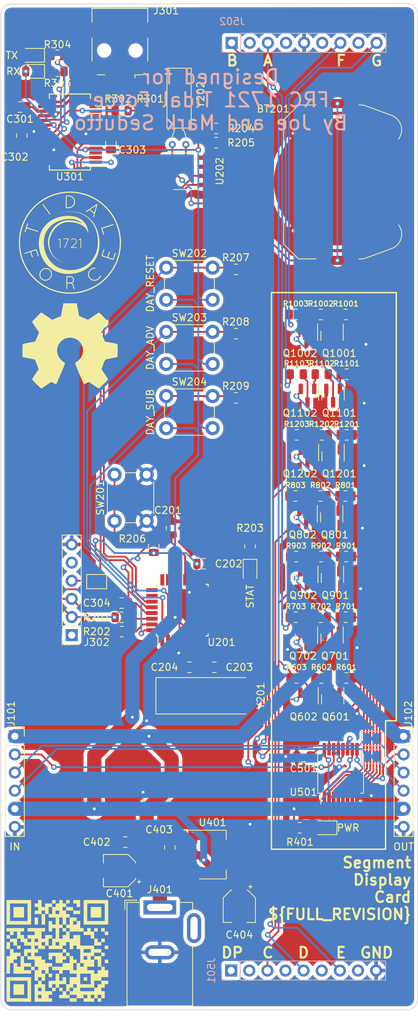
<source format=kicad_pcb>
(kicad_pcb (version 20211014) (generator pcbnew)
  (layers (0 "F.Cu" signal) (31 "B.Cu" signal) (34 "B.Paste" user) (35 "F.Paste" user) (36 "B.SilkS" user "B.Silkscreen") (37 "F.SilkS" user "F.Silkscreen") (38 "B.Mask" user) (39 "F.Mask" user) (44 "Edge.Cuts" user))
  (net 0 "")
  (net 1 "+5V")
  (net 2 "GND")
  (net 3 "Net-(C201-Pad1)")
  (net 4 "+3.3V")
  (net 5 "VBUS")
  (net 6 "/MCU/RST")
  (net 7 "Net-(C304-Pad2)")
  (net 8 "Net-(D301-Pad1)")
  (net 9 "Net-(D302-Pad1)")
  (net 10 "Net-(D401-Pad2)")
  (net 11 "+19V")
  (net 12 "Net-(R202-Pad1)")
  (net 13 "/MCU/RXD")
  (net 14 "/MCU/TXD")
  (net 15 "Net-(R301-Pad1)")
  (net 16 "Net-(C203-Pad1)")
  (net 17 "Net-(C204-Pad1)")
  (net 18 "Net-(R303-Pad1)")
  (net 24 "Net-(Q801-Pad1)")
  (net 27 "Net-(Q801-Pad3)")
  (net 28 "Net-(D201-Pad1)")
  (net 30 "Net-(BT201-Pad1)")
  (net 31 "/MCU/SCL")
  (net 40 "Net-(R304-Pad2)")
  (net 43 "Net-(Q802-Pad1)")
  (net 44 "Net-(Q802-Pad3)")
  (net 45 "Net-(Q601-Pad3)")
  (net 46 "/MCU/DAY_RESET")
  (net 47 "Net-(Q1101-Pad1)")
  (net 48 "Net-(Q1101-Pad3)")
  (net 49 "Net-(Q701-Pad3)")
  (net 50 "/MCU/DAY_ADVANCE")
  (net 52 "/MCU/DAY_SUBTRACT")
  (net 53 "Net-(Q1102-Pad1)")
  (net 54 "Net-(Q1102-Pad3)")
  (net 55 "Net-(D201-Pad2)")
  (net 64 "/MCU/SDA")
  (net 65 "Net-(U202-Pad1)")
  (net 66 "Net-(U202-Pad2)")
  (net 69 "Net-(J302-Pad4)")
  (net 75 "/Display Card/DATA_OUT")
  (net 76 "/C_OUT")
  (net 77 "/L_OUT")
  (net 78 "/D_OUT")
  (net 79 "/Display Card/SEG_B_LAMP")
  (net 80 "/Display Card/SEG_A_LAMP")
  (net 81 "/Display Card/SEG_F_LAMP")
  (net 82 "/Display Card/SEG_G_LAMP")
  (net 83 "/Display Card/SEG_C_LAMP")
  (net 84 "/Display Card/SEG_D_LAMP")
  (net 85 "/Display Card/SEG_E_LAMP")
  (net 86 "/Display Card/SEG_A")
  (net 87 "/Display Card/SEG_B")
  (net 88 "/Display Card/SEG_D")
  (net 89 "/Display Card/SEG_C")
  (net 90 "/Display Card/SEG_G")
  (net 91 "/Display Card/SEG_F")
  (net 92 "/Display Card/SEG_E")
  (net 94 "Net-(Q601-Pad1)")
  (net 95 "Net-(Q602-Pad3)")
  (net 96 "Net-(Q602-Pad1)")
  (net 97 "Net-(Q701-Pad1)")
  (net 98 "Net-(Q702-Pad1)")
  (net 99 "Net-(Q702-Pad3)")
  (net 100 "Net-(Q901-Pad1)")
  (net 101 "Net-(Q901-Pad3)")
  (net 102 "Net-(Q902-Pad1)")
  (net 103 "Net-(Q902-Pad3)")
  (net 104 "Net-(Q1001-Pad1)")
  (net 105 "Net-(Q1001-Pad3)")
  (net 106 "Net-(Q1002-Pad1)")
  (net 107 "Net-(Q1002-Pad3)")
  (net 108 "Net-(Q1201-Pad1)")
  (net 109 "Net-(Q1201-Pad3)")
  (net 110 "Net-(Q1202-Pad1)")
  (net 111 "Net-(Q1202-Pad3)")
  (net 112 "Net-(R201-Pad1)")
  (net 113 "/USB/USB-")
  (net 114 "/USB/USB+")
  (net 115 "/Display Card/LATCH_OUT")
  (net 116 "/Display Card/CLOCK_OUT")
  (footprint "Connector_BarrelJack:BarrelJack_GCT_DCJ200-10-A_Horizontal" (layer "F.Cu") (at 136.85 152.15)
    (fp_text reference "J401")
    (fp_text value "19V Input")
  )
  (footprint "Connector_USB:USB_Mini-B_Lumberg_2486_01_Horizontal" (layer "F.Cu") (at 131.25 32.075 180)
    (fp_text reference "J301")
    (fp_text value "USB_B_Micro" hide)
  )
  (footprint "Package_TO_SOT_SMD:SOT-23" (layer "F.Cu") (at 161.1375 88.9375 -90)
    (fp_text reference "Q1201")
    (fp_text value "MMBT3904")
  )
  (footprint "Resistor_SMD:R_0805_2012Metric" (layer "F.Cu") (at 147.5 71.75)
    (fp_text reference "R208")
    (fp_text value "10K")
  )
  (footprint "Resistor_SMD:R_0805_2012Metric" (layer "F.Cu") (at 162.8625 94.5 180)
    (fp_text reference "R801")
    (fp_text value "10K")
  )
  (footprint "LED_SMD:LED_0805_2012Metric" (layer "F.Cu") (at 119 35 180)
    (fp_text reference "D301" hide)
    (fp_text value "RX")
  )
  (footprint "Button_Switch_THT:SW_PUSH_6mm_H5mm" (layer "F.Cu") (at 137.75 62.5)
    (fp_text reference "SW202")
    (fp_text value "DAY_RESET")
  )
  (footprint "Package_TO_SOT_SMD:SOT-23" (layer "F.Cu") (at 157.55 80.4375 -90)
    (fp_text reference "Q1102")
    (fp_text value "MMBT3906")
  )
  (footprint "Package_TO_SOT_SMD:SOT-23" (layer "F.Cu") (at 161 114.4875 -90)
    (fp_text reference "Q701")
    (fp_text value "MMBT3904")
  )
  (footprint "Capacitor_SMD:C_0805_2012Metric" (layer "F.Cu") (at 130 45.05 90)
    (fp_text reference "C303")
    (fp_text value "100nF")
  )
  (footprint "1721_templates:QRCODE_AccidentCounter" (layer "F.Cu") (at 122.5 158.25)
    (fp_text reference "G***" hide)
    (fp_text value "LOGO" hide)
  )
  (footprint "Resistor_SMD:R_0805_2012Metric" (layer "F.Cu") (at 122.5 35 180)
    (fp_text reference "R303")
    (fp_text value "1K")
  )
  (footprint "Package_TO_SOT_SMD:SOT-23" (layer "F.Cu") (at 161 72.0625 -90)
    (fp_text reference "Q1001")
    (fp_text value "MMBT3904")
  )
  (footprint "Capacitor_SMD:CP_Elec_4x3" (layer "F.Cu") (at 131.2 147 180)
    (fp_text reference "C401")
    (fp_text value "10uf")
  )
  (footprint "Resistor_SMD:R_0805_2012Metric" (layer "F.Cu") (at 159.4625 102.9875 180)
    (fp_text reference "R902")
    (fp_text value "2K2")
  )
  (footprint "Capacitor_SMD:C_0805_2012Metric" (layer "F.Cu") (at 157 131 180)
    (fp_text reference "C501")
    (fp_text value "100nF")
  )
  (footprint "Battery:BatteryHolder_Keystone_3034_1x20mm" (layer "F.Cu") (at 161.75 50.5 90)
    (fp_text reference "BT201")
    (fp_text value "3v" hide)
  )
  (footprint "Resistor_SMD:R_0805_2012Metric" (layer "F.Cu") (at 131.5 111.5 180)
    (fp_text reference "R201")
    (fp_text value "1K")
  )
  (footprint "Resistor_SMD:R_0805_2012Metric" (layer "F.Cu") (at 136 101.5 90)
    (fp_text reference "R206")
    (fp_text value "1K")
  )
  (footprint "Package_TO_SOT_SMD:SOT-23" (layer "F.Cu") (at 161.1375 80.4375 -90)
    (fp_text reference "Q1101")
    (fp_text value "MMBT3904")
  )
  (footprint "Button_Switch_THT:SW_PUSH_6mm_H5mm" (layer "F.Cu") (at 137.75 71.5)
    (fp_text reference "SW203")
    (fp_text value "DAY_ADV")
  )
  (footprint "Resistor_SMD:R_0805_2012Metric" (layer "F.Cu") (at 162.9625 102.9875 180)
    (fp_text reference "R901")
    (fp_text value "10K")
  )
  (footprint "LED_SMD:LED_0805_2012Metric" (layer "F.Cu") (at 119 32.75 180)
    (fp_text reference "D302" hide)
    (fp_text value "TX")
  )
  (footprint "Package_QFP:TQFP-32_7x7mm_P0.8mm" (layer "F.Cu") (at 140 110.5 90)
    (fp_text reference "U201")
    (fp_text value "ATmega328P-A")
  )
  (footprint "LED_SMD:LED_0805_2012Metric" (layer "F.Cu") (at 160 141 180)
    (fp_text reference "D401" hide)
    (fp_text value "PWR")
  )
  (footprint "Resistor_SMD:R_0805_2012Metric" (layer "F.Cu") (at 163.05 77.4375 180)
    (fp_text reference "R1101")
    (fp_text value "10K")
  )
  (footprint "Package_TO_SOT_SMD:SOT-23" (layer "F.Cu") (at 157.4125 114.4875 -90)
    (fp_text reference "Q702")
    (fp_text value "MMBT3906")
  )
  (footprint "Resistor_SMD:R_0805_2012Metric" (layer "F.Cu") (at 147.5 62.75)
    (fp_text reference "R207")
    (fp_text value "10K")
  )
  (footprint "Resistor_SMD:R_0805_2012Metric" (layer "F.Cu") (at 155.9625 102.9875 180)
    (fp_text reference "R903")
    (fp_text value "240R")
  )
  (footprint "Package_SO:SSOP-28_5.3x10.2mm_P0.65mm" (layer "F.Cu") (at 124.25 43.5 180)
    (fp_text reference "U301")
    (fp_text value "FT232RL")
  )
  (footprint "Resistor_SMD:R_0805_2012Metric" (layer "F.Cu") (at 162.9125 69.0625 180)
    (fp_text reference "R1001")
    (fp_text value "10K")
  )
  (footprint "Resistor_SMD:R_0805_2012Metric" (layer "F.Cu") (at 159.4125 69.0625 180)
    (fp_text reference "R1002")
    (fp_text value "2K2")
  )
  (footprint "Package_TO_SOT_SMD:SOT-23" (layer "F.Cu") (at 161.0875 123 -90)
    (fp_text reference "Q601")
    (fp_text value "MMBT3904")
  )
  (footprint "LED_SMD:LED_0805_2012Metric" (layer "F.Cu") (at 149.5 105.0625 -90)
    (fp_text reference "D201" hide)
    (fp_text value "STAT")
  )
  (footprint "Resistor_SMD:R_0805_2012Metric" (layer "F.Cu") (at 163 120 180)
    (fp_text reference "R601")
    (fp_text value "10K")
  )
  (footprint "Resistor_SMD:R_0805_2012Metric" (layer "F.Cu") (at 159.4125 111.4875 180)
    (fp_text reference "R702")
    (fp_text value "2K2")
  )
  (footprint "Resistor_SMD:R_0805_2012Metric" (layer "F.Cu") (at 149.5 101.5625 -90)
    (fp_text reference "R203")
    (fp_text value "1K")
  )
  (footprint "Capacitor_SMD:C_0805_2012Metric" (layer "F.Cu") (at 138.5 99 90)
    (fp_text reference "C201")
    (fp_text value "100nf")
  )
  (footprint "Package_TO_SOT_SMD:SOT-23" (layer "F.Cu") (at 157.4625 105.9875 -90)
    (fp_text reference "Q902")
    (fp_text value "MMBT3906")
  )
  (footprint "Connector_PinSocket_2.54mm:PinSocket_1x06_P2.54mm_Vertical" (layer "F.Cu") (at 171.025 128.175)
    (fp_text reference "J102")
    (fp_text value "OUT")
  )
  (footprint "Resistor_SMD:R_0805_2012Metric" (layer "F.Cu") (at 159.55 77.4375 180)
    (fp_text reference "R1102")
    (fp_text value "2K2")
  )
  (footprint "Package_TO_SOT_SMD:SOT-223" (layer "F.Cu") (at 144.25 144.75)
    (fp_text reference "U401")
    (fp_text value "NCV1117ST50T3G" hide)
  )
  (footprint "Connector_PinSocket_2.54mm:PinSocket_1x06_P2.54mm_Vertical" (layer "F.Cu") (at 124.5 114 180)
    (fp_text reference "J302")
    (fp_text value "PROG")
  )
  (footprint "Resistor_SMD:R_0805_2012Metric" (layer "F.Cu") (at 131.5 113.5 180)
    (fp_text reference "R202")
    (fp_text value "1K")
  )
  (footprint "Crystal:Crystal_SMD_HC49-SD" (layer "F.Cu") (at 143 122.5)
    (fp_text reference "Y201")
    (fp_text value "16mHz")
  )
  (footprint "Capacitor_SMD:C_0805_2012Metric" (layer "F.Cu") (at 144.5 118.5)
    (fp_text reference "C203")
    (fp_text value "22pf")
  )
  (footprint "Capacitor_SMD:C_0805_2012Metric" (layer "F.Cu") (at 143 104)
    (fp_text reference "C202")
    (fp_text value "100nf")
  )
  (footprint "Capacitor_SMD:C_0805_2012Metric" (layer "F.Cu") (at 131.5 109.5 180)
    (fp_text reference "C304")
    (fp_text value "100nF")
  )
  (footprint "Package_TO_SOT_SMD:SOT-23" (layer "F.Cu") (at 161.05 105.9875 -90)
    (fp_text reference "Q901")
    (fp_text value "MMBT3904")
  )
  (footprint "Resistor_SMD:R_0805_2012Metric" (layer "F.Cu") (at 144.75 43)
    (fp_text reference "R204")
    (fp_text value "10K")
  )
  (footprint "Package_TO_SOT_SMD:SOT-23" (layer "F.Cu") (at 160.95 97.5 -90)
    (fp_text reference "Q801")
    (fp_text value "MMBT3904")
  )
  (footprint "Button_Switch_THT:SW_PUSH_6mm_H5mm" (layer "F.Cu") (at 130.5 98 90)
    (fp_text reference "SW201")
    (fp_text value "RESET")
  )
  (footprint "Resistor_SMD:R_0805_2012Metric" (layer "F.Cu") (at 156 120 180)
    (fp_text reference "R603")
    (fp_text value "240R")
  )
  (footprint "Jumper:SolderJumper-2_P1.3mm_Open_TrianglePad1.0x1.5mm" (layer "F.Cu") (at 128 106.5 180)
    (fp_text reference "JP301" hide)
    (fp_text value "SolderJumper_2_Open" hide)
  )
  (footprint "Resistor_SMD:R_0805_2012Metric" (layer "F.Cu") (at 147.5 80.75)
    (fp_text reference "R209")
    (fp_text value "10K")
  )
  (footprint "Connector_PinSocket_2.54mm:PinSocket_1x06_P2.54mm_Vertical" (layer "F.Cu") (at 116.525 128.175)
    (fp_text reference "J101")
    (fp_text value "IN")
  )
  (footprint "Capacitor_SMD:C_0805_2012Metric" (layer "F.Cu") (at 141 118.5 180)
    (fp_text reference "C204")
    (fp_text value "22pf")
  )
  (footprint "Resistor_SMD:R_0805_2012Metric" (layer "F.Cu") (at 156.05 77.4375 180)
    (fp_text reference "R1103")
    (fp_text value "240R")
  )
  (footprint "Package_TO_SOT_SMD:SOT-23" (layer "F.Cu") (at 157.3625 97.5 -90)
    (fp_text reference "Q802")
    (fp_text value "MMBT3906")
  )
  (footprint "Resistor_SMD:R_0805_2012Metric" (layer "F.Cu") (at 163.05 85.9375 180)
    (fp_text reference "R1201")
    (fp_text value "10K")
  )
  (footprint "Symbol:OSHW-Symbol_13.4x12mm_SilkScreen" (layer "F.Cu") (at 124.25 73.5)
    (fp_text reference "REF**" hide)
    (fp_text value "OSHW-Symbol_13.4x12mm_SilkScreen" hide)
  )
  (footprint "Resistor_SMD:R_0805_2012Metric" (layer "F.Cu") (at 159.3625 94.5 180)
    (fp_text reference "R802")
    (fp_text value "2K2")
  )
  (footprint "KenwoodFox:TIDAL_FORCE_LOGO" (layer "F.Cu") (at 124.25 59)
    (fp_text reference "G***" hide)
    (fp_text value "LOGO" hide)
  )
  (footprint "Resistor_SMD:R_0805_2012Metric" (layer "F.Cu") (at 155.9125 111.4875 180)
    (fp_text reference "R703")
    (fp_text value "240R")
  )
  (footprint "Button_Switch_THT:SW_PUSH_6mm_H5mm" (layer "F.Cu") (at 137.75 80.5)
    (fp_text reference "SW204")
    (fp_text value "DAY_SUB")
  )
  (footprint "Resistor_SMD:R_0805_2012Metric" (layer "F.Cu") (at 144.75 45)
    (fp_text reference "R205")
    (fp_text value "10K")
  )
  (footprint "Capacitor_SMD:CP_Elec_4x3" (layer "F.Cu") (at 148 152 -90)
    (fp_text reference "C404")
    (fp_text value "1uf")
  )
  (footprint "Capacitor_SMD:C_0805_2012Metric" (layer "F.Cu") (at 117.25 40 180)
    (fp_text reference "C301")
    (fp_text value "100nF")
  )
  (footprint "Resistor_SMD:R_0805_2012Metric" (layer "F.Cu") (at 156.4625 141)
    (fp_text reference "R401")
    (fp_text value "1K")
  )
  (footprint "Resistor_SMD:R_0805_2012Metric" (layer "F.Cu") (at 159.5 120 180)
    (fp_text reference "R602")
    (fp_text value "2K2")
  )
  (footprint "Package_TO_SOT_SMD:SOT-23" (layer "F.Cu") (at 157.4125 72.0625 -90)
    (fp_text reference "Q1002")
    (fp_text value "MMBT3906")
  )
  (footprint "Resistor_SMD:R_0805_2012Metric" (layer "F.Cu") (at 135 40.5)
    (fp_text reference "R301")
    (fp_text value "4K7")
  )
  (footprint "Resistor_SMD:R_0805_2012Metric" (layer "F.Cu") (at 162.9125 111.4875 180)
    (fp_text reference "R701")
    (fp_text value "10K")
  )
  (footprint "Capacitor_SMD:C_0805_2012Metric" (layer "F.Cu") (at 117.5 44 -90)
    (fp_text reference "C302")
    (fp_text value "100nF")
  )
  (footprint "Capacitor_SMD:C_0805_2012Metric" (layer "F.Cu") (at 138.25 143.75 90)
    (fp_text reference "C403")
    (fp_text value "100nF")
  )
  (footprint "Resistor_SMD:R_0805_2012Metric" (layer "F.Cu") (at 155.9125 69.0625 180)
    (fp_text reference "R1003")
    (fp_text value "240R")
  )
  (footprint "Resistor_SMD:R_0805_2012Metric" (layer "F.Cu") (at 156.05 85.9375 180)
    (fp_text reference "R1203")
    (fp_text value "240R")
  )
  (footprint "Package_TO_SOT_SMD:SOT-23" (layer "F.Cu") (at 157.5 123 -90)
    (fp_text reference "Q602")
    (fp_text value "MMBT3906")
  )
  (footprint "KenwoodFox:SN74HC595" (layer "F.Cu") (at 162.2 133.4 90)
    (fp_text reference "U501")
    (fp_text value "SN74HC595")
  )
  (footprint "Capacitor_SMD:C_0805_2012Metric" (layer "F.Cu") (at 132 143 180)
    (fp_text reference "C402")
    (fp_text value "100nF")
  )
  (footprint "Package_SO:SOIC-8_3.9x4.9mm_P1.27mm" (layer "F.Cu") (at 140.75 49)
    (fp_text reference "U202")
    (fp_text value "DS1307Z+")
  )
  (footprint "Resistor_SMD:R_0805_2012Metric" (layer "F.Cu") (at 159.55 85.9375 180)
    (fp_text reference "R1202")
    (fp_text value "2K2")
  )
  (footprint "Crystal:Crystal_C38-LF_D3.0mm_L8.0mm_Horizontal" (layer "F.Cu") (at 140.5 45.25 180)
    (fp_text reference "Y202")
    (fp_text value "32.768kHz")
  )
  (footprint "Resistor_SMD:R_0805_2012Metric" (layer "F.Cu") (at 131.5 40.5)
    (fp_text reference "R302")
    (fp_text value "10K")
  )
  (footprint "Package_TO_SOT_SMD:SOT-23" (layer "F.Cu") (at 157.55 88.9375 -90)
    (fp_text reference "Q1202")
    (fp_text value "MMBT3906")
  )
  (footprint "Resistor_SMD:R_0805_2012Metric" (layer "F.Cu") (at 122.5 32.75)
    (fp_text reference "R304")
    (fp_text value "1K")
  )
  (footprint "Resistor_SMD:R_0805_2012Metric" (layer "F.Cu") (at 155.8625 94.5 180)
    (fp_text reference "R803")
    (fp_text value "240R")
  )
  (footprint "Connector_PinSocket_2.54mm:PinSocket_1x09_P2.54mm_Vertical" (layer "B.Cu") (at 146.92 31 -90)
    (fp_text reference "J502")
    (fp_text value "Top Conn")
  )
  (footprint "Jumper:SolderJumper-2_P1.3mm_Bridged_Pad1.0x1.5mm" (layer "B.Cu") (at 166.5 131)
    (fp_text reference "JP501" hide)
    (fp_text value "SolderJumper_2_Bridged" hide)
  )
  (footprint "Jumper:SolderJumper-2_P1.3mm_Bridged_Pad1.0x1.5mm" (layer "B.Cu") (at 166.5 128.5)
    (fp_text reference "JP502" hide)
    (fp_text value "SolderJumper_2_Bridged" hide)
  )
  (footprint "Connector_PinSocket_2.54mm:PinSocket_1x09_P2.54mm_Vertical" (layer "B.Cu") (at 146.85 161 -90)
    (fp_text reference "J501")
    (fp_text value "Bottom Conn")
  )
  (gr_poly (pts (xy 170 126) (xy 168.5 126) (xy 168.5 144) (xy 152.5 144) (xy 152.5 66) (xy 170 66)) (layer "F.SilkS") (width 0.2) (fill none))
  (gr_line (start 173 165) (end 173 27) (layer "Edge.Cuts") (width 0.1))
  (gr_arc (start 116.06066 166.5) (mid 115.000026 166.060646) (end 114.56066 165) (layer "Edge.Cuts") (width 0.1))
  (gr_arc (start 114.56066 27.06066) (mid 115.000012 26.000012) (end 116.06066 25.56066) (layer "Edge.Cuts") (width 0.1))
  (gr_line (start 171.5 25.5) (end 116.06066 25.56066) (layer "Edge.Cuts") (width 0.1))
  (gr_line (start 114.56066 27.06066) (end 114.56066 165) (layer "Edge.Cuts") (width 0.1))
  (gr_line (start 171.5 166.5) (end 116.06066 166.5) (layer "Edge.Cuts") (width 0.1))
  (gr_arc (start 171.5 25.5) (mid 172.56066 25.93934) (end 173 27) (layer "Edge.Cuts") (width 0.1))
  (gr_arc (start 173 165) (mid 172.56066 166.06066) (end 171.5 166.5) (layer "Edge.Cuts") (width 0.1))
  (gr_text "Designed for\nFRC 1721 Tidal Force\nBy Joe and Mark Sedutto" (at 144 39) (layer "B.SilkS") (effects (font (size 2 2) (thickness 0.3)) (justify mirror)))
  (gr_text "B" (at 147 33.5) (layer "F.SilkS") (effects (font (size 1.5 1.5) (thickness 0.3))))
  (gr_text "GND" (at 167.25 158.5) (layer "F.SilkS") (effects (font (size 1.5 1.5) (thickness 0.3))))
  (gr_text "D" (at 157 158.5) (layer "F.SilkS") (effects (font (size 1.5 1.5) (thickness 0.3))))
  (gr_text "C" (at 152 158.5) (layer "F.SilkS") (effects (font (size 1.5 1.5) (thickness 0.3))))
  (gr_text "Segment\nDisplay\nCard\n${FULL_REVISION}" (at 172.25 149.5) (layer "F.SilkS") (effects (font (size 1.5 1.5) (thickness 0.3)) (justify right)))
  (gr_text "DP" (at 147 158.5) (layer "F.SilkS") (effects (font (size 1.5 1.5) (thickness 0.3))))
  (gr_text "G" (at 167.25 33.5) (layer "F.SilkS") (effects (font (size 1.5 1.5) (thickness 0.3))))
  (gr_text "F" (at 162.25 33.5) (layer "F.SilkS") (effects (font (size 1.5 1.5) (thickness 0.3))))
  (gr_text "E" (at 162.25 158.5) (layer "F.SilkS") (effects (font (size 1.5 1.5) (thickness 0.3))))
  (gr_text "A" (at 152 33.5) (layer "F.SilkS") (effects (font (size 1.5 1.5) (thickness 0.3))))
  (segment (start 127.665 138.335) (end 127.665 130.835) (width 2) (layer "F.Cu") (net 1))
  (segment (start 139.6 112.1) (end 139 111.5) (width 0.25) (layer "F.Cu") (net 1))
  (segment (start 118.0625 35) (end 118.0625 32.75) (width 0.25) (layer "F.Cu") (net 1))
  (segment (start 143.8375 46.4825) (end 143.225 47.095) (width 0.25) (layer "F.Cu") (net 1))
  (segment (start 143 145.5) (end 147.7 150.2) (width 1) (layer "F.Cu") (net 1))
  (segment (start 127.85 45.775) (end 128.775 45.775) (width 0.25) (layer "F.Cu") (net 1))
  (segment (start 159.925 129.9875) (end 159.925 130.925) (width 0.25) (layer "F.Cu") (net 1))
  (segment (start 129 46) (end 130 46) (width 0.25) (layer "F.Cu") (net 1))
  (segment (start 139.6 114.75) (end 139.6 112.1) (width 0.25) (layer "F.Cu") (net 1))
  (segment (start 143.8375 43) (end 143.8375 45) (width 0.25) (layer "F.Cu") (net 1))
  (segment (start 163.825 131.175) (end 163.5 131.5) (width 0.25) (layer "F.Cu") (net 1))
  (segment (start 163.825 129.9875) (end 163.825 131.175) (width 0.25) (layer "F.Cu") (net 1))
  (segment (start 142.25 44.5875) (end 143.8375 43) (width 0.25) (layer "F.Cu") (net 1))
  (segment (start 143.8375 45) (end 143.8375 46.4825) (width 0.25) (layer "F.Cu") (net 1))
  (segment (start 127.665 130.835) (end 133 125.5) (width 2) (layer "F.Cu") (net 1))
  (segment (start 138.25 144.7) (end 141.05 144.7) (width 1) (layer "F.Cu") (net 1))
  (segment (start 117.5 43.05) (end 118.250199 43.05) (width 0.25) (layer "F.Cu") (net 1))
  (segment (start 142 106.25) (end 142 104.05) (width 0.25) (layer "F.Cu") (net 1))
  (segment (start 141.2 113.7) (end 139 111.5) (width 0.25) (layer "F.Cu") (net 1))
  (segment (start 128.725 106.5) (end 128.5 106.5) (width 0.25) (layer "F.Cu") (net 1))
  (segment (start 118.775199 42.525) (end 120.65 42.525) (width 0.25) (layer "F.Cu") (net 1))
  (segment (start 126.614837 45.775) (end 126.422478 45.967359) (width 0.25) (layer "F.Cu") (net 1))
  (segment (start 127.85 45.775) (end 126.614837 45.775) (width 0.25) (layer "F.Cu") (net 1))
  (segment (start 155.55 141) (end 155.665 140.885) (width 0.25) (layer "F.Cu") (net 1))
  (segment (start 118.250199 43.05) (end 118.775199 42.525) (width 0.25) (layer "F.Cu") (net 1))
  (segment (start 128.775 45.775) (end 129 46) (width 0.25) (layer "F.Cu") (net 1))
  (segment (start 141.05 144.7) (end 141.1 144.75) (width 1) (layer "F.Cu") (net 1))
  (segment (start 121.975 42.525) (end 120.65 42.525) (width 0.25) (layer "F.Cu") (net 1))
  (segment (start 122 42.5) (end 121.975 42.525) (width 0.25) (layer "F.Cu") (net 1))
  (segment (start 159.925 130.925) (end 160.5 131.5) (width 0.25) (layer "F.Cu") (net 1))
  (segment (start 142.25 46) (end 142.25 44.5875) (width 0.25) (layer "F.Cu") (net 1))
  (segment (start 142.25 144.75) (end 143 145.5) (width 1) (layer "F.Cu") (net 1))
  (segment (start 127.8255 102.598292) (end 128.5 103.272792) (width 0.25) (layer "F.Cu") (net 1))
  (segment (start 159.925 129.9875) (end 158.9625 129.9875) (width 0.25) (layer "F.Cu") (net 1))
  (segment (start 136 102.4125) (end 136 102.5) (width 0.25) (layer "F.Cu") (net 1))
  (segment (start 142 104.05) (end 142.05 104) (width 0.25) (layer "F.Cu") (net 1))
  (segment (start 127.8255 100.75) (end 127.8255 102.598292) (width 0.25) (layer "F.Cu") (net 1))
  (segment (start 155.665 140.885) (end 155.665 138.335) (width 0.25) (layer "F.Cu") (net 1))
  (segment (start 141.2 114.75) (end 141.2 113.7) (width 0.25) (layer "F.Cu") (net 1))
  (segment (start 147.7 150.2) (end 148 150.2) (width 1) (layer "F.Cu") (net 1))
  (segment (start 158.9625 129.9875) (end 157.95 131) (width 0.25) (layer "F.Cu") (net 1))
  (segment (start 128.5 106.275) (end 128.725 106.5) (width 0.25) (layer "F.Cu") (net 1))
  (segment (start 141.1 144.75) (end 142.25 144.75) (width 1) (layer "F.Cu") (net 1))
  (segment (start 128.5 103.272792) (end 128.5 106.275) (width 0.25) (layer "F.Cu") (net 1))
  (via (at 163.5 131.5) (size 0.8) (drill 0.4) (layers "F.Cu" "B.Cu") (net 1))
  (via (at 127.665 138.335) (size 0.8) (drill 0.4) (layers "F.Cu" "B.Cu") (net 1))
  (via (at 118.0625 35) (size 0.8) (drill 0.4) (layers "F.Cu" "B.Cu") (net 1))
  (via (at 142.05 104) (size 0.8) (drill 0.4) (layers "F.Cu" "B.Cu") (net 1))
  (via (at 122 42.5) (size 0.8) (drill 0.4) (layers "F.Cu" "B.Cu") (net 1))
  (via (at 139 111.5) (size 0.8) (drill 0.4) (layers "F.Cu" "B.Cu") (net 1))
  (via (at 133 125.5) (size 0.8) (drill 0.4) (layers "F.Cu" "B.Cu") (net 1))
  (via (at 142.25 46) (size 0.8) (drill 0.4) (layers "F.Cu" "B.Cu") (net 1))
  (via (at 127.8255 100.75) (size 0.8) (drill 0.4) (layers "F.Cu" "B.Cu") (net 1))
  (via (at 126.422478 45.967359) (size 0.8) (drill 0.4) (layers "F.Cu" "B.Cu") (net 1))
  (via (at 143 145.5) (size 0.8) (drill 0.4) (layers "F.Cu" "B.Cu") (net 1))
  (via (at 136 102.5) (size 0.8) (drill 0.4) (layers "F.Cu" "B.Cu") (net 1))
  (via (at 155.665 138.335) (size 0.8) (drill 0.4) (layers "F.Cu" "B.Cu") (net 1))
  (via (at 160.5 131.5) (size 0.8) (drill 0.4) (layers "F.Cu" "B.Cu") (net 1))
  (segment (start 140.55 102.5) (end 142.05 104) (width 0.25) (layer "B.Cu") (net 1))
  (segment (start 144.25 67) (end 142.75 67) (width 0.25) (layer "B.Cu") (net 1))
  (segment (start 171.025 138.335) (end 158.835 138.335) (width 2) (layer "B.Cu") (net 1))
  (segment (start 160.5 135.5) (end 160.5 136) (width 0.25) (layer "B.Cu") (net 1))
  (segment (start 142.25 85.5) (end 142.25 88.75) (width 0.25) (layer "B.Cu") (net 1))
  (segment (start 141.5 76) (end 142.25 76.75) (width 0.25) (layer "B.Cu") (net 1))
  (segment (start 155.665 138.335) (end 138.665 138.335) (width 2) (layer "B.Cu") (net 1))
  (segment (start 130.5 102.5) (end 136 102.5) (width 0.25) (layer "B.Cu") (net 1))
  (segment (start 141.5 67) (end 142.25 67.75) (width 0.25) (layer "B.Cu") (net 1))
  (segment (start 133 117.5) (end 139 111.5) (width 2) (layer "B.Cu") (net 1))
  (segment (start 128.75 100.75) (end 130.5 102.5) (width 0.25) (layer "B.Cu") (net 1))
  (segment (start 137.75 76) (end 141.5 76) (width 0.25) (layer "B.Cu") (net 1))
  (segment (start 143 85) (end 142.25 84.25) (width 0.25) (layer "B.Cu") (net 1))
  (segment (start 143 145.5) (end 143 142.5) (width 1) (layer "B.Cu") (net 1))
  (segment (start 142.25 84.25) (end 142.25 85.5) (width 0.25) (layer "B.Cu") (net 1))
  (segment (start 136 102.5) (end 139 102.5) (width 0.25) (layer "B.Cu") (net 1))
  (segment (start 122 42.639837) (end 125.360163 46) (width 0.25) (layer "B.Cu") (net 1))
  (segment (start 139 92) (end 142.25 88.75) (width 0.25) (layer "B.Cu") (net 1))
  (segment (start 137.75 85) (end 141.75 85) (width 0.25) (layer "B.Cu") (net 1))
  (segment (start 139 102.5) (end 140.55 102.5) (width 0.25) (layer "B.Cu") (net 1))
  (segment (start 142.25 67.75) (end 142.25 75.25) (width 0.25) (layer "B.Cu") (net 1))
  (segment (start 142.25 66.5) (end 142.25 67.75) (width 0.25) (layer "B.Cu") (net 1))
  (segment (start 118.0625 38.702337) (end 118.0625 35) (width 0.25) (layer "B.Cu") (net 1))
  (segment (start 163.5 132.5) (end 160.5 135.5) (width 0.25) (layer "B.Cu") (net 1))
  (segment (start 143 76) (end 142.25 75.25) (width 0.25) (layer "B.Cu") (net 1))
  (segment (start 142.25 75.25) (end 142.25 76.75) (width 0.25) (layer "B.Cu") (net 1))
  (segment (start 142.25 46) (end 142.25 66.5) (width 0.25) (layer "B.Cu") (net 1))
  (segment (start 127.8255 100.75) (end 128.75 100.75) (width 0.25) (layer "B.Cu") (net 1))
  (segment (start 144.25 76) (end 143 76) (width 0.25) (layer "B.Cu") (net 1))
  (segment (start 138.665 138.335) (end 116.525 138.335) (width 2) (layer "B.Cu") (net 1))
  (segment (start 142.75 67) (end 142.25 66.5) (width 0.25) (layer "B.Cu") (net 1))
  (segment (start 163.5 131.5) (end 163.5 132.5) (width 0.25) (layer "B.Cu") (net 1))
  (segment (start 122 42.5) (end 121.860163 42.5) (width 0.25) (layer "B.Cu") (net 1))
  (segment (start 137.75 67) (end 141.5 67) (width 0.25) (layer "B.Cu") (net 1))
  (segment (start 144.25 85) (end 143 85) (width 0.25) (layer "B.Cu") (net 1))
  (segment (start 133 125.5) (end 133 117.5) (width 2) (layer "B.Cu") (net 1))
  (segment (start 139 102.5) (end 139 92) (width 0.25) (layer "B.Cu") (net 1))
  (segment (start 141.75 85) (end 142.25 85.5) (width 0.25) (layer "B.Cu") (net 1))
  (segment (start 142.25 76.75) (end 142.25 84.25) (width 0.25) (layer "B.Cu") (net 1))
  (segment (start 158.835 137.665) (end 158.835 138.335) (width 0.25) (layer "B.Cu") (net 1))
  (segment (start 158.835 138.335) (end 155.665 138.335) (width 2) (layer "B.Cu") (net 1))
  (segment (start 160.5 136) (end 158.835 137.665) (width 0.25) (layer "B.Cu") (net 1))
  (segment (start 160.5 131.5) (end 160.5 136) (width 0.25) (layer "B.Cu") (net 1))
  (segment (start 122 42.5) (end 122 42.639837) (width 0.25) (layer "B.Cu") (net 1))
  (segment (start 139 111.5) (end 139 102.5) (width 2) (layer "B.Cu") (net 1))
  (segment (start 125.360163 46) (end 142.25 46) (width 0.25) (layer "B.Cu") (net 1))
  (segment (start 138.835 138.335) (end 138.665 138.335) (width 1) (layer "B.Cu") (net 1))
  (segment (start 121.860163 42.5) (end 118.0625 38.702337) (width 0.25) (layer "B.Cu") (net 1))
  (segment (start 143 142.5) (end 138.835 138.335) (width 1) (layer "B.Cu") (net 1))
  (segment (start 164 125) (end 161.875 127.125) (width 0.25) (layer "F.Cu") (net 2))
  (segment (start 139.5 116.5) (end 138.8 115.8) (width 0.25) (layer "F.Cu") (net 2))
  (segment (start 121.775 45.775) (end 122 46) (width 0.25) (layer "F.Cu") (net 2))
  (segment (start 126.561744 43.825) (end 126.492368 43.755624) (width 0.25) (layer "F.Cu") (net 2))
  (segment (start 122.25 41) (end 122.025 41.225) (width 0.25) (layer "F.Cu") (net 2))
  (segment (start 139.6 107.3) (end 140.3 108) (width 0.25) (layer "F.Cu") (net 2))
  (segment (start 138.8 115.8) (end 138.8 114.75) (width 0.25) (layer "F.Cu") (net 2))
  (segment (start 122.025 41.225) (end 120.65 41.225) (width 0.25) (layer "F.Cu") (net 2))
  (segment (start 164.5 125) (end 164 125) (width 0.25) (layer "F.Cu") (net 2))
  (segment (start 139.5 116.5) (end 140.4 115.6) (width 0.25) (layer "F.Cu") (net 2))
  (segment (start 166.1875 136.8125) (end 166.5 136.5) (width 0.25) (layer "F.Cu") (net 2))
  (segment (start 139.6 106.25) (end 139.6 107.3) (width 0.25) (layer "F.Cu") (net 2))
  (segment (start 119.450704 43.175) (end 119.202009 43.423695) (width 0.25) (layer "F.Cu") (net 2))
  (segment (start 120.65 45.775) (end 121.775 45.775) (width 0.25) (layer "F.Cu") (net 2))
  (segment (start 140.3 108) (end 141 108) (width 0.25) (layer "F.Cu") (net 2))
  (segment (start 140.4 115.6) (end 140.4 114.75) (width 0.25) (layer "F.Cu") (net 2))
  (segment (start 161.875 127.125) (end 161.875 129.9875) (width 0.25) (layer "F.Cu") (net 2))
  (segment (start 120.65 43.175) (end 119.450704 43.175) (width 0.25) (layer "F.Cu") (net 2))
  (segment (start 127.85 43.825) (end 126.561744 43.825) (width 0.25) (layer "F.Cu") (net 2))
  (segment (start 121.575 46.425) (end 122 46) (width 0.25) (layer "F.Cu") (net 2))
  (segment (start 120.65 46.425) (end 121.575 46.425) (width 0.25) (layer "F.Cu") (net 2))
  (segment (start 164.475 136.8125) (end 166.1875 136.8125) (width 0.25) (layer "F.Cu") (net 2))
  (via (at 165.25 99) (size 0.8) (drill 0.4) (layers "F.Cu" "B.Cu") (net 2))
  (via (at 164.5 125) (size 0.8) (drill 0.4) (layers "F.Cu" "B.Cu") (net 2))
  (via (at 135 126) (size 0.8) (drill 0.4) (layers "F.Cu" "B.Cu") (net 2))
  (via (at 119.202009 43.423695) (size 0.8) (drill 0.4) (layers "F.Cu" "B.Cu") (net 2))
  (via (at 162 132.5) (size 0.8) (drill 0.4) (layers "F.Cu" "B.Cu") (net 2))
  (via (at 134.5 136) (size 0.8) (drill 0.4) (layers "F.Cu" "B.Cu") (net 2))
  (via (at 139.5 116.5) (size 0.8) (drill 0.4) (layers "F.Cu" "B.Cu") (net 2))
  (via (at 165.5 81.5) (size 0.8) (drill 0.4) (layers "F.Cu" "B.Cu") (net 2))
  (via (at 150.5 128.5) (size 0.8) (drill 0.4) (layers "F.Cu" "B.Cu") (net 2))
  (via (at 122.25 41) (size 0.8) (drill 0.4) (layers "F.Cu" "B.Cu") (net 2))
  (via (at 126.492368 43.755624) (size 0.8) (drill 0.4) (layers "F.Cu" "B.Cu") (net 2))
  (via (at 166.5 136.5) (size 0.8) (drill 0.4) (layers "F.Cu" "B.Cu") (net 2))
  (via (at 149.5 140.5) (size 0.8) (drill 0.4) (layers "F.Cu" "B.Cu") (net 2))
  (via (at 122 46) (size 0.8) (drill 0.4) (layers "F.Cu" "B.Cu") (net 2))
  (via (at 141 108) (size 0.8) (drill 0.4) (layers "F.Cu" "B.Cu") (net 2))
  (via (at 165 107.5) (size 0.8) (drill 0.4) (layers "F.Cu" "B.Cu") (net 2))
  (via (at 165.75 73.25) (size 0.8) (drill 0.4) (layers "F.Cu" "B.Cu") (net 2))
  (via (at 154.5 131) (size 0.8) (drill 0.4) (layers "F.Cu" "B.Cu") (net 2))
  (via (at 164.5 115.75) (size 0.8) (drill 0.4) (layers "F.Cu" "B.Cu") (net 2))
  (via (at 154.75 116) (size 0.8) (drill 0.4) (layers "F.Cu" "B.Cu") (net 2))
  (via (at 165.5 90.25) (size 0.8) (drill 0.4) (layers "F.Cu" "B.Cu") (net 2))
  (segment (start 138.5 101) (end 140.4 102.9) (width 0.25) (layer "F.Cu") (net 3))
  (segment (start 140.4 102.9) (end 140.4 106.25) (width 0.25) (layer "F.Cu") (net 3))
  (segment (start 138.5 99.95) (end 138.5 101) (width 0.25) (layer "F.Cu") (net 3))
  (segment (start 120.65 40.6) (end 120.575 40.675) (width 0.25) (layer "F.Cu") (net 4))
  (segment (start 119 40) (end 118.2 40) (width 0.25) (layer "F.Cu") (net 4))
  (segment (start 120.575 40.675) (end 119.675 40.675) (width 0.25) (layer "F.Cu") (net 4))
  (segment (start 119.675 40.675) (end 119 40) (width 0.25) (layer "F.Cu") (net 4))
  (segment (start 120.65 40.575) (end 120.65 40.6) (width 0.25) (layer "F.Cu") (net 4))
  (segment (start 132.85 34.775) (end 132.85 35.35) (width 0.25) (layer "F.Cu") (net 5))
  (segment (start 132.85 35.35) (end 135.9125 38.4125) (width 0.25) (layer "F.Cu") (net 5))
  (segment (start 135.9125 38.4125) (end 135.9125 40.5) (width 0.25) (layer "F.Cu") (net 5))
  (segment (start 132.45 105.2) (end 131.75 104.5) (width 0.25) (layer "F.Cu") (net 6))
  (segment (start 131.0875 100.5875) (end 130.5 100) (width 0.25) (layer "F.Cu") (net 6))
  (segment (start 135.75 110.9) (end 134.9 110.9) (width 0.25) (layer "F.Cu") (net 6))
  (segment (start 133.75 103.25) (end 133.75 102.8375) (width 0.25) (layer "F.Cu") (net 6))
  (segment (start 130.5 100) (end 130.5 98) (width 0.25) (layer "F.Cu") (net 6))
  (segment (start 133.5 109.5) (end 132.45 109.5) (width 0.25) (layer "F.Cu") (net 6))
  (segment (start 133.75 102.8375) (end 136 100.5875) (width 0.25) (layer "F.Cu") (net 6))
  (segment (start 134.9 110.9) (end 133.5 109.5) (width 0.25) (layer "F.Cu") (net 6))
  (segment (start 132.45 109.5) (end 132.45 105.2) (width 0.25) (layer "F.Cu") (net 6))
  (segment (start 130.5 98) (end 130.5 91.5) (width 0.25) (layer "F.Cu") (net 6))
  (segment (start 136 100.5875) (end 131.0875 100.5875) (width 0.25) (layer "F.Cu") (net 6))
  (via (at 131.75 104.5) (size 0.8) (drill 0.4) (layers "F.Cu" "B.Cu") (net 6))
  (via (at 133.75 103.25) (size 0.8) (drill 0.4) (layers "F.Cu" "B.Cu") (net 6))
  (segment (start 133 103.25) (end 133.75 103.25) (width 0.25) (layer "B.Cu") (net 6))
  (segment (start 131.75 104.5) (end 133 103.25) (width 0.25) (layer "B.Cu") (net 6))
  (segment (start 125.75 52) (end 125.75 47.5) (width 0.25) (layer "F.Cu") (net 7))
  (segment (start 121.75 106.75) (end 121.75 56) (width 0.25) (layer "F.Cu") (net 7))
  (segment (start 130.55 109.5) (end 128.625 107.575) (width 0.25) (layer "F.Cu") (net 7))
  (segment (start 122.575 107.575) (end 121.75 106.75) (width 0.25) (layer "F.Cu") (net 7))
  (segment (start 121.75 56) (end 125.75 52) (width 0.25) (layer "F.Cu") (net 7))
  (segment (start 128.625 107.575) (end 122.575 107.575) (width 0.25) (layer "F.Cu") (net 7))
  (segment (start 125.75 47.5) (end 126.175 47.075) (width 0.25) (layer "F.Cu") (net 7))
  (segment (start 126.175 47.075) (end 127.85 47.075) (width 0.25) (layer "F.Cu") (net 7))
  (segment (start 119.9375 35) (end 121.5875 35) (width 0.25) (layer "F.Cu") (net 8))
  (segment (start 119.9375 32.75) (end 121.5875 32.75) (width 0.25) (layer "F.Cu") (net 9))
  (segment (start 159.0625 141) (end 157.375 141) (width 0.25) (layer "F.Cu") (net 10))
  (segment (start 156.4625 72.0375) (end 156 72.5) (width 0.25) (layer "F.Cu") (net 11))
  (segment (start 136.05 147.05) (end 141.1 147.05) (width 2) (layer "F.Cu") (net 11))
  (segment (start 136.85 147.85) (end 136.05 147.05) (width 2) (layer "F.Cu") (net 11))
  (segment (start 135 146) (end 135 144) (width 2) (layer "F.Cu") (net 11))
  (segment (start 135 138.5) (end 138.5 135) (width 2) (layer "F.Cu") (net 11))
  (segment (start 138.5 131.35) (end 135.325 128.175) (width 2) (layer "F.Cu") (net 11))
  (segment (start 156.4125 96.5625) (end 156.4125 97.0875) (width 0.25) (layer "F.Cu") (net 11))
  (segment (start 156.5125 105.4875) (end 156 106) (width 0.25) (layer "F.Cu") (net 11))
  (segment (start 156.55 122.0625) (end 156.55 122.45) (width 0.25) (layer "F.Cu") (net 11))
  (segment (start 134 143) (end 135 144) (width 0.25) (layer "F.Cu") (net 11))
  (segment (start 156.6 79.9) (end 156 80.5) (width 0.25) (layer "F.Cu") (net 11))
  (segment (start 156.6 88) (end 156.6 88.4) (width 0.25) (layer "F.Cu") (net 11))
  (segment (start 134 147) (end 133 147) (width 2) (layer "F.Cu") (net 11))
  (segment (start 132.95 143) (end 134 143) (width 0.25) (layer "F.Cu") (net 11))
  (segment (start 156.4625 71.125) (end 156.4625 72.0375) (width 0.25) (layer "F.Cu") (net 11))
  (segment (start 156.5125 105.05) (end 156.5125 105.4875) (width 0.25) (layer "F.Cu") (net 11))
  (segment (start 136.85 152.15) (end 136.85 147.85) (width 2) (layer "F.Cu") (net 11))
  (segment (start 135 144) (end 135 138.5) (width 2) (layer "F.Cu") (net 11))
  (segment (start 135 146) (end 134 147) (width 2) (layer "F.Cu") (net 11))
  (segment (start 156.4125 97.0875) (end 156 97.5) (width 0.25) (layer "F.Cu") (net 11))
  (segment (start 156.55 122.45) (end 156 123) (width 0.25) (layer "F.Cu") (net 11))
  (segment (start 138.5 135) (end 138.5 131.35) (width 2) (layer "F.Cu") (net 11))
  (segment (start 156.4625 114.5375) (end 156 115) (width 0.25) (layer "F.Cu") (net 11))
  (segment (start 156.4625 113.55) (end 156.4625 114.5375) (width 0.25) (layer "F.Cu") (net 11))
  (segment (start 156.6 79.5) (end 156.6 79.9) (width 0.25) (layer "F.Cu") (net 11))
  (segment (start 135 146) (end 136.05 147.05) (width 2) (layer "F.Cu") (net 11))
  (segment (start 156.6 88.4) (end 156 89) (width 0.25) (layer "F.Cu") (net 11))
  (via (at 156 97.5) (size 0.8) (drill 0.4) (layers "F.Cu" "B.Cu") (net 11))
  (via (at 156 72.5) (size 0.8) (drill 0.4) (layers "F.Cu" "B.Cu") (net 11))
  (via (at 156 80.5) (size 0.8) (drill 0.4) (layers "F.Cu" "B.Cu") (net 11))
  (via (at 156 123) (size 0.8) (drill 0.4) (layers "F.Cu" "B.Cu") (net 11))
  (via (at 156 89) (size 0.8) (drill 0.4) (layers "F.Cu" "B.Cu") (net 11))
  (via (at 135.325 128.175) (size 0.8) (drill 0.4) (layers "F.Cu" "B.Cu") (net 11))
  (via (at 156 106) (size 0.8) (drill 0.4) (layers "F.Cu" "B.Cu") (net 11))
  (via (at 156 115) (size 0.8) (drill 0.4) (layers "F.Cu" "B.Cu") (net 11))
  (segment (start 154 122.5) (end 156.75 119.75) (width 2) (layer "B.Cu") (net 11))
  (segment (start 153 123.5) (end 154 122.5) (width 2) (layer "B.Cu") (net 11))
  (segment (start 163 106) (end 163 95.5) (width 2) (layer "B.Cu") (net 11))
  (segment (start 156.75 119.75) (end 163 113.5) (width 2) (layer "B.Cu") (net 11))
  (segment (start 156 72.5) (end 163 79.5) (width 0.25) (layer "B.Cu") (net 11))
  (segment (start 156 106.5) (end 163 113.5) (width 0.25) (layer "B.Cu") (net 11))
  (segment (start 156 97.5) (end 163 104.5) (width 0.25) (layer "B.Cu") (net 11))
  (segment (start 156 106) (end 156 106.5) (width 0.25) (layer "B.Cu") (net 11))
  (segment (start 135.325 128.175) (end 116.525 128.175) (width 2) (layer "B.Cu") (net 11))
  (segment (start 163 95.5) (end 163 88) (width 2) (layer "B.Cu") (net 11))
  (segment (start 156.75 115.75) (end 156.75 119.75) (width 0.25) (layer "B.Cu") (net 11))
  (segment (start 162.5 95.5) (end 163 95.5) (width 0.25) (layer "B.Cu") (net 11))
  (segment (start 156 115) (end 156.75 115.75) (width 0.25) (layer "B.Cu") (net 11))
  (segment (start 163 79.5) (end 163 80.5) (width 0.25) (layer "B.Cu") (net 11))
  (segment (start 163 113.5) (end 163 109) (width 2) (layer "B.Cu") (net 11))
  (segment (start 153.5 123) (end 153 123.5) (width 0.25) (layer "B.Cu") (net 11))
  (segment (start 156 123) (end 153.5 123) (width 0.25) (layer "B.Cu") (net 11))
  (segment (start 156 80.5) (end 163 87.5) (width 0.25) (layer "B.Cu") (net 11))
  (segment (start 135.325 128.175) (end 148.325 128.175) (width 2) (layer "B.Cu") (net 11))
  (segment (start 163 87.5) (end 163 88) (width 0.25) (layer "B.Cu") (net 11))
  (segment (start 148.325 128.175) (end 154 122.5) (width 2) (layer "B.Cu") (net 11))
  (segment (start 162.5 114) (end 162.5 120.5) (width 2) (layer "B.Cu") (net 11))
  (segment (start 156 89) (end 162.5 95.5) (width 0.25) (layer "B.Cu") (net 11))
  (segment (start 163 113.5) (end 162.5 114) (width 2) (layer "B.Cu") (net 11))
  (segment (start 163 88) (end 163 80.5) (width 2) (layer "B.Cu") (net 11))
  (segment (start 162.5 120.5) (end 170.175 128.175) (width 2) (layer "B.Cu") (net 11))
  (segment (start 163 104.5) (end 163 106) (width 0.25) (layer "B.Cu") (net 11))
  (segment (start 163 109) (end 163 106) (width 2) (layer "B.Cu") (net 11))
  (segment (start 170.175 128.175) (end 171.025 128.175) (width 2) (layer "B.Cu") (net 11))
  (segment (start 133.5 113.5) (end 132.4125 113.5) (width 0.25) (layer "F.Cu") (net 12))
  (segment (start 135.75 112.5) (end 134.5 112.5) (width 0.25) (layer "F.Cu") (net 12))
  (segment (start 134.5 112.5) (end 133.5 113.5) (width 0.25) (layer "F.Cu") (net 12))
  (segment (start 120.85 55.513604) (end 124.85 51.513604) (width 0.25) (layer "F.Cu") (net 13))
  (segment (start 124.85 48.1) (end 124.5 47.75) (width 0.25) (layer "F.Cu") (net 13))
  (segment (start 130.5 111.5) (end 130.5875 111.5) (width 0.25) (layer "F.Cu") (net 13))
  (segment (start 124.5 111.46) (end 120.85 107.81) (width 0.25) (layer "F.Cu") (net 13))
  (segment (start 127.875 47.75) (end 127.85 47.725) (width 0.25) (layer "F.Cu") (net 13))
  (segment (start 120.85 107.81) (end 120.85 55.513604) (width 0.25) (layer "F.Cu") (net 13))
  (segment (start 124.85 51.513604) (end 124.85 48.1) (width 0.25) (layer "F.Cu") (net 13))
  (segment (start 130 47.75) (end 127.875 47.75) (width 0.25) (layer "F.Cu") (net 13))
  (via (at 130.5 111.5) (size 0.8) (drill 0.4) (layers "F.Cu" "B.Cu") (net 13))
  (via (at 130 47.75) (size 0.8) (drill 0.4) (layers "F.Cu" "B.Cu") (net 13))
  (via (at 124.5 47.75) (size 0.8) (drill 0.4) (layers "F.Cu" "B.Cu") (net 13))
  (segment (start 130.46 111.46) (end 124.5 111.46) (width 0.25) (layer "B.Cu") (net 13))
  (segment (start 130.5 111.5) (end 130.46 111.46) (width 0.25) (layer "B.Cu") (net 13))
  (segment (start 124.5 47.75) (end 130 47.75) (width 0.25) (layer "B.Cu") (net 13))
  (segment (start 121.3 55.7) (end 125.3 51.7) (width 0.25) (layer "F.Cu") (net 14))
  (segment (start 125.3 45.95) (end 126.125 45.125) (width 0.25) (layer "F.Cu") (net 14))
  (segment (start 121.3 106.936396) (end 121.3 55.7) (width 0.25) (layer "F.Cu") (net 14))
  (segment (start 129.08 113.5) (end 124.5 108.92) (width 0.25) (layer "F.Cu") (net 14))
  (segment (start 126.125 45.125) (end 127.85 45.125) (width 0.25) (layer "F.Cu") (net 14))
  (segment (start 130.5875 113.5) (end 129.08 113.5) (width 0.25) (layer "F.Cu") (net 14))
  (segment (start 125.3 51.7) (end 125.3 45.95) (width 0.25) (layer "F.Cu") (net 14))
  (segment (start 124.5 108.92) (end 123.283604 108.92) (width 0.25) (layer "F.Cu") (net 14))
  (segment (start 123.283604 108.92) (end 121.3 106.936396) (width 0.25) (layer "F.Cu") (net 14))
  (segment (start 124.113604 40.5) (end 122.838604 41.775) (width 0.25) (layer "F.Cu") (net 15))
  (segment (start 120.75 41.775) (end 120.65 41.875) (width 0.25) (layer "F.Cu") (net 15))
  (segment (start 126 40.5) (end 124.113604 40.5) (width 0.25) (layer "F.Cu") (net 15))
  (segment (start 134.0875 40.5) (end 132.4125 40.5) (width 0.25) (layer "F.Cu") (net 15))
  (segment (start 122.838604 41.775) (end 120.75 41.775) (width 0.25) (layer "F.Cu") (net 15))
  (via (at 132.4125 40.5) (size 0.8) (drill 0.4) (layers "F.Cu" "B.Cu") (net 15))
  (via (at 126 40.5) (size 0.8) (drill 0.4) (layers "F.Cu" "B.Cu") (net 15))
  (segment (start 132.4125 40.5) (end 126 40.5) (width 0.25) (layer "B.Cu") (net 15))
  (segment (start 142.8 114.75) (end 142.8 116.3) (width 0.25) (layer "F.Cu") (net 16))
  (segment (start 143.55 118.8) (end 147.25 122.5) (width 0.25) (layer "F.Cu") (net 16))
  (segment (start 143.55 118.5) (end 143.55 118.8) (width 0.25) (layer "F.Cu") (net 16))
  (segment (start 143.55 117.05) (end 143.55 118.5) (width 0.25) (layer "F.Cu") (net 16))
  (segment (start 142.8 116.3) (end 143.55 117.05) (width 0.25) (layer "F.Cu") (net 16))
  (segment (start 141.95 118.5) (end 141.95 119.3) (width 0.25) (layer "F.Cu") (net 17))
  (segment (start 141.95 119.3) (end 138.75 122.5) (width 0.25) (layer "F.Cu") (net 17))
  (segment (start 142 114.75) (end 142 118.45) (width 0.25) (layer "F.Cu") (net 17))
  (segment (start 142 118.45) (end 141.95 118.5) (width 0.25) (layer "F.Cu") (net 17))
  (segment (start 123.44238 43.057619) (end 122.024999 44.475) (width 0.25) (layer "F.Cu") (net 18))
  (segment (start 122.024999 44.475) (end 120.65 44.475) (width 0.25) (layer "F.Cu") (net 18))
  (segment (start 123.4125 36.8375) (end 122.75 37.5) (width 0.25) (layer "F.Cu") (net 18))
  (segment (start 123.4125 35) (end 123.4125 36.8375) (width 0.25) (layer "F.Cu") (net 18))
  (via (at 123.44238 43.057619) (size 0.8) (drill 0.4) (layers "F.Cu" "B.Cu") (net 18))
  (via (at 122.75 37.5) (size 0.8) (drill 0.4) (layers "F.Cu" "B.Cu") (net 18))
  (segment (start 122.975 42.590239) (end 123.44238 43.057619) (width 0.25) (layer "B.Cu") (net 18))
  (segment (start 122.75 37.5) (end 122.975 37.725) (width 0.25) (layer "B.Cu") (net 18))
  (segment (start 122.975 37.725) (end 122.975 42.590239) (width 0.25) (layer "B.Cu") (net 18))
  (segment (start 161.95 94.5) (end 161.95 95.4125) (width 0.25) (layer "F.Cu") (net 24))
  (segment (start 161.95 95.4125) (end 161.8625 95.5) (width 0.25) (layer "F.Cu") (net 24))
  (segment (start 161.8625 96.525) (end 161.9 96.5625) (width 0.25) (layer "F.Cu") (net 24))
  (segment (start 161.8625 95.5) (end 161.8625 96.525) (width 0.25) (layer "F.Cu") (net 24))
  (segment (start 160.275 94.5) (end 160.275 94.9125) (width 0.25) (layer "F.Cu") (net 27))
  (segment (start 160.95 95.5875) (end 160.95 98.4375) (width 0.25) (layer "F.Cu") (net 27))
  (segment (start 160.275 94.9125) (end 160.95 95.5875) (width 0.25) (layer "F.Cu") (net 27))
  (segment (start 149.5 104.125) (end 149.5 102.475) (width 0.25) (layer "F.Cu") (net 28))
  (segment (start 147.03 53.5) (end 155.015 61.485) (width 0.25) (layer "F.Cu") (net 30))
  (segment (start 141.25 53.5) (end 147.03 53.5) (width 0.25) (layer "F.Cu") (net 30))
  (segment (start 138.275 49.635) (end 139.385 49.635) (width 0.25) (layer "F.Cu") (net 30))
  (segment (start 155.015 61.485) (end 161.75 61.485) (width 0.25) (layer "F.Cu") (net 30))
  (segment (start 139.385 49.635) (end 139.987701 50.237701) (width 0.25) (layer "F.Cu") (net 30))
  (via (at 139.987701 50.237701) (size 0.8) (drill 0.4) (layers "F.Cu" "B.Cu") (net 30))
  (via (at 161.75 39.515) (size 0.8) (drill 0.4) (layers "F.Cu" "B.Cu") (net 30))
  (via (at 161.75 61.485) (size 0.8) (drill 0.4) (layers "F.Cu" "B.Cu") (net 30))
  (via (at 141.25 53.5) (size 0.8) (drill 0.4) (layers "F.Cu" "B.Cu") (net 30))
  (segment (start 141.25 51.5) (end 141.25 53.5) (width 0.25) (layer "B.Cu") (net 30))
  (segment (start 161.75 61.485) (end 161.75 39.515) (width 0.25) (layer "B.Cu") (net 30))
  (segment (start 139.987701 50.237701) (end 141.25 51.5) (width 0.25) (layer "B.Cu") (net 30))
  (segment (start 133 108.136396) (end 134.963604 110.1) (width 0.25) (layer "F.Cu") (net 31))
  (segment (start 134.963604 110.1) (end 135.75 110.1) (width 0.25) (layer "F.Cu") (net 31))
  (segment (start 128.55 62.7) (end 128.55 102.686396) (width 0.25) (layer "F.Cu") (net 31))
  (segment (start 144.75 43.9125) (end 145.6625 43) (width 0.25) (layer "F.Cu") (net 31))
  (segment (start 143.225 49.635) (end 143.601751 49.635) (width 0.25) (layer "F.Cu") (net 31))
  (segment (start 129.363604 103.5) (end 131.863604 103.5) (width 0.25) (layer "F.Cu") (net 31))
  (segment (start 144.75 48.486751) (end 144.75 43.9125) (width 0.25) (layer "F.Cu") (net 31))
  (segment (start 131.863604 103.5) (end 133 104.636396) (width 0.25) (layer "F.Cu") (net 31))
  (segment (start 143.601751 49.635) (end 144.75 48.486751) (width 0.25) (layer "F.Cu") (net 31))
  (segment (start 143.225 49.635) (end 141.615 49.635) (width 0.25) (layer "F.Cu") (net 31))
  (segment (start 128.55 102.686396) (end 129.363604 103.5) (width 0.25) (layer "F.Cu") (net 31))
  (segment (start 133 104.636396) (end 133 108.136396) (width 0.25) (layer "F.Cu") (net 31))
  (segment (start 141.615 49.635) (end 128.55 62.7) (width 0.25) (layer "F.Cu") (net 31))
  (segment (start 121.75 43.825) (end 120.65 43.825) (width 0.25) (layer "F.Cu") (net 40))
  (segment (start 123.4125 32.8375) (end 122.5 33.75) (width 0.25) (layer "F.Cu") (net 40))
  (segment (start 123.126421 42.123579) (end 122.725 42.525) (width 0.25) (layer "F.Cu") (net 40))
  (segment (start 122.725 42.85) (end 121.75 43.825) (width 0.25) (layer "F.Cu") (net 40))
  (segment (start 122.725 42.525) (end 122.725 42.85) (width 0.25) (layer "F.Cu") (net 40))
  (segment (start 123.798153 42.123579) (end 123.126421 42.123579) (width 0.25) (layer "F.Cu") (net 40))
  (segment (start 123.4125 32.75) (end 123.4125 32.8375) (width 0.25) (layer "F.Cu") (net 40))
  (via (at 122.5 33.75) (size 0.8) (drill 0.4) (layers "F.Cu" "B.Cu") (net 40))
  (via (at 123.798153 42.123579) (size 0.8) (drill 0.4) (layers "F.Cu" "B.Cu") (net 40))
  (segment (start 123.5 41.825426) (end 123.798153 42.123579) (width 0.25) (layer "B.Cu") (net 40))
  (segment (start 122.5 33.75) (end 123.5 34.75) (width 0.25) (layer "B.Cu") (net 40))
  (segment (start 123.5 34.75) (end 123.5 41.825426) (width 0.25) (layer "B.Cu") (net 40))
  (segment (start 158.45 94.5) (end 158.45 95.4125) (width 0.25) (layer "F.Cu") (net 43))
  (segment (start 158.3125 95.55) (end 158.3125 96.5625) (width 0.25) (layer "F.Cu") (net 43))
  (segment (start 158.45 95.4125) (end 158.3125 95.55) (width 0.25) (layer "F.Cu") (net 43))
  (segment (start 156.775 94.9125) (end 157.3625 95.5) (width 0.25) (layer "F.Cu") (net 44))
  (segment (start 156.775 94.5) (end 156.775 94.9125) (width 0.25) (layer "F.Cu") (net 44))
  (segment (start 157.3625 95.5) (end 157.3625 98.4375) (width 0.25) (layer "F.Cu") (net 44))
  (segment (start 160.4125 120.4125) (end 161.0875 121.0875) (width 0.25) (layer "F.Cu") (net 45))
  (segment (start 160.4125 120) (end 160.4125 120.4125) (width 0.25) (layer "F.Cu") (net 45))
  (segment (start 161.0875 121.0875) (end 161.0875 123.9375) (width 0.25) (layer "F.Cu") (net 45))
  (segment (start 135.75 113.3) (end 134.724598 113.3) (width 0.25) (layer "F.Cu") (net 46))
  (segment (start 144.25 62.5) (end 146.3375 62.5) (width 0.25) (layer "F.Cu") (net 46))
  (segment (start 134.724598 113.3) (end 134.262299 113.762299) (width 0.25) (layer "F.Cu") (net 46))
  (segment (start 146.3375 62.5) (end 146.5875 62.75) (width 0.25) (layer "F.Cu") (net 46))
  (segment (start 144.25 62.5) (end 137.75 62.5) (width 0.25) (layer "F.Cu") (net 46))
  (via (at 134.262299 113.762299) (size 0.8) (drill 0.4) (layers "F.Cu" "B.Cu") (net 46))
  (segment (start 134.262299 109.535091) (end 126.2005 101.473292) (width 0.25) (layer "B.Cu") (net 46))
  (segment (start 134.262299 113.762299) (end 134.262299 109.535091) (width 0.25) (layer "B.Cu") (net 46))
  (segment (start 126.2005 74.0495) (end 137.75 62.5) (width 0.25) (layer "B.Cu") (net 46))
  (segment (start 126.2005 101.473292) (end 126.2005 74.0495) (width 0.25) (layer "B.Cu") (net 46))
  (segment (start 162.1375 78.35) (end 162.05 78.4375) (width 0.25) (layer "F.Cu") (net 47))
  (segment (start 162.05 78.4375) (end 162.05 79.4625) (width 0.25) (layer "F.Cu") (net 47))
  (segment (start 162.1375 77.4375) (end 162.1375 78.35) (width 0.25) (layer "F.Cu") (net 47))
  (segment (start 162.05 79.4625) (end 162.0875 79.5) (width 0.25) (layer "F.Cu") (net 47))
  (segment (start 160.4625 77.4375) (end 160.4625 77.85) (width 0.25) (layer "F.Cu") (net 48))
  (segment (start 160.4625 77.85) (end 161.1375 78.525) (width 0.25) (layer "F.Cu") (net 48))
  (segment (start 161.1375 78.525) (end 161.1375 81.375) (width 0.25) (layer "F.Cu") (net 48))
  (segment (start 160.325 111.4875) (end 160.325 111.9) (width 0.25) (layer "F.Cu") (net 49))
  (segment (start 161 112.575) (end 161 115.425) (width 0.25) (layer "F.Cu") (net 49))
  (segment (start 160.325 111.9) (end 161 112.575) (width 0.25) (layer "F.Cu") (net 49))
  (segment (start 144.25 71.5) (end 146.3375 71.5) (width 0.25) (layer "F.Cu") (net 50))
  (segment (start 137.75 71.5) (end 144.25 71.5) (width 0.25) (layer "F.Cu") (net 50))
  (segment (start 137.2 108.8) (end 137.25 108.75) (width 0.25) (layer "F.Cu") (net 50))
  (segment (start 146.3375 71.5) (end 146.5875 71.75) (width 0.25) (layer "F.Cu") (net 50))
  (segment (start 137.2 114.75) (end 137.2 108.8) (width 0.25) (layer "F.Cu") (net 50))
  (via (at 137.25 108.75) (size 0.8) (drill 0.4) (layers "F.Cu" "B.Cu") (net 50))
  (segment (start 137.25 108.75) (end 134.163799 108.75) (width 0.25) (layer "B.Cu") (net 50))
  (segment (start 126.6505 82.5995) (end 137.75 71.5) (width 0.25) (layer "B.Cu") (net 50))
  (segment (start 126.6505 101.236701) (end 126.6505 82.5995) (width 0.25) (layer "B.Cu") (net 50))
  (segment (start 134.163799 108.75) (end 126.6505 101.236701) (width 0.25) (layer "B.Cu") (net 50))
  (segment (start 144.25 80.5) (end 146.3375 80.5) (width 0.25) (layer "F.Cu") (net 52))
  (segment (start 138 108.3495) (end 137.4005 107.75) (width 0.25) (layer "F.Cu") (net 52))
  (segment (start 146.3375 80.5) (end 146.5875 80.75) (width 0.25) (layer "F.Cu") (net 52))
  (segment (start 138 114.75) (end 138 108.3495) (width 0.25) (layer "F.Cu") (net 52))
  (segment (start 137.75 80.5) (end 144.25 80.5) (width 0.25) (layer "F.Cu") (net 52))
  (via (at 137.4005 107.75) (size 0.8) (drill 0.4) (layers "F.Cu" "B.Cu") (net 52))
  (segment (start 127.1005 93.025667) (end 137.75 82.376167) (width 0.25) (layer "B.Cu") (net 52))
  (segment (start 137.4005 107.75) (end 133.800195 107.75) (width 0.25) (layer "B.Cu") (net 52))
  (segment (start 133.800195 107.75) (end 127.1005 101.050305) (width 0.25) (layer "B.Cu") (net 52))
  (segment (start 127.1005 101.050305) (end 127.1005 93.025667) (width 0.25) (layer "B.Cu") (net 52))
  (segment (start 137.75 82.376167) (end 137.75 80.5) (width 0.25) (layer "B.Cu") (net 52))
  (segment (start 158.6375 78.35) (end 158.5 78.4875) (width 0.25) (layer "F.Cu") (net 53))
  (segment (start 158.6375 77.4375) (end 158.6375 78.35) (width 0.25) (layer "F.Cu") (net 53))
  (segment (start 158.5 78.4875) (end 158.5 79.5) (width 0.25) (layer "F.Cu") (net 53))
  (segment (start 156.9625 77.85) (end 157.55 78.4375) (width 0.25) (layer "F.Cu") (net 54))
  (segment (start 156.9625 77.4375) (end 156.9625 77.85) (width 0.25) (layer "F.Cu") (net 54))
  (segment (start 157.55 78.4375) (end 157.55 81.375) (width 0.25) (layer "F.Cu") (net 54))
  (segment (start 149.25 106.25) (end 149.5 106) (width 0.25) (layer "F.Cu") (net 55))
  (segment (start 142.8 106.25) (end 149.25 106.25) (width 0.25) (layer "F.Cu") (net 55))
  (segment (start 133.5 104.5) (end 132 103) (width 0.25) (layer "F.Cu") (net 64))
  (segment (start 140.981396 50.905) (end 143.225 50.905) (width 0.25) (layer "F.Cu") (net 64))
  (segment (start 135.75 109.3) (end 134.8 109.3) (width 0.25) (layer "F.Cu") (net 64))
  (segment (start 134.8 109.3) (end 133.5 108) (width 0.25) (layer "F.Cu") (net 64))
  (segment (start 145.6625 45) (end 145.6625 48.844251) (width 0.25) (layer "F.Cu") (net 64))
  (segment (start 145.6625 48.844251) (end 143.601751 50.905) (width 0.25) (layer "F.Cu") (net 64))
  (segment (start 129.5 103) (end 129 102.5) (width 0.25) (layer "F.Cu") (net 64))
  (segment (start 129 102.5) (end 129 62.886396) (width 0.25) (layer "F.Cu") (net 64))
  (segment (start 132 103) (end 129.5 103) (width 0.25) (layer "F.Cu") (net 64))
  (segment (start 143.225 50.905) (end 143.845 50.905) (width 0.25) (layer "F.Cu") (net 64))
  (segment (start 129 62.886396) (end 140.981396 50.905) (width 0.25) (layer "F.Cu") (net 64))
  (segment (start 133.5 108) (end 133.5 104.5) (width 0.25) (layer "F.Cu") (net 64))
  (segment (start 143.601751 50.905) (end 143.225 50.905) (width 0.25) (layer "F.Cu") (net 64))
  (segment (start 138.6 46.77) (end 138.6 45.25) (width 0.25) (layer "F.Cu") (net 65))
  (segment (start 138.275 47.095) (end 138.6 46.77) (width 0.25) (layer "F.Cu") (net 65))
  (segment (start 140.5 45.25) (end 140.5 47.25) (width 0.25) (layer "F.Cu") (net 66))
  (segment (start 139.385 48.365) (end 138.275 48.365) (width 0.25) (layer "F.Cu") (net 66))
  (segment (start 140.5 47.25) (end 139.385 48.365) (width 0.25) (layer "F.Cu") (net 66))
  (segment (start 124.5 106.38) (end 126.93 106.38) (width 0.25) (layer "F.Cu") (net 69))
  (segment (start 126.93 106.38) (end 127.05 106.5) (width 0.25) (layer "F.Cu") (net 69))
  (segment (start 169.785 130.715) (end 171.025 130.715) (width 0.25) (layer "F.Cu") (net 75))
  (segment (start 168.15 132.35) (end 169.785 130.715) (width 0.25) (layer "F.Cu") (net 75))
  (segment (start 168.15 134.020182) (end 168.15 132.35) (width 0.25) (layer "F.Cu") (net 75))
  (segment (start 168.085091 134.085091) (end 168.15 134.020182) (width 0.25) (layer "F.Cu") (net 75))
  (segment (start 164.475 131.475) (end 164.475 129.9875) (width 0.25) (layer "F.Cu") (net 75))
  (segment (start 164.5 131.5) (end 164.475 131.475) (width 0.25) (layer "F.Cu") (net 75))
  (via (at 168.085091 134.085091) (size 0.8) (drill 0.4) (layers "F.Cu" "B.Cu") (net 75))
  (via (at 164.5 131.5) (size 0.8) (drill 0.4) (layers "F.Cu" "B.Cu") (net 75))
  (segment (start 166.835091 134.085091) (end 164.5 131.75) (width 0.25) (layer "B.Cu") (net 75))
  (segment (start 164.5 131.75) (end 164.5 131.5) (width 0.25) (layer "B.Cu") (net 75))
  (segment (start 168.085091 134.085091) (end 166.835091 134.085091) (width 0.25) (layer "B.Cu") (net 75))
  (segment (start 163.175 128.825) (end 163.5 128.5) (width 0.25) (layer "F.Cu") (net 76))
  (segment (start 144.25 110.1) (end 149.863604 110.1) (width 0.25) (layer "F.Cu") (net 76))
  (segment (start 163.175 129.9875) (end 163.175 128.825) (width 0.25) (layer "F.Cu") (net 76))
  (segment (start 151.7 128.6255) (end 151.4255 128.9) (width 0.25) (layer "F.Cu") (net 76))
  (segment (start 151.7 111.936396) (end 151.7 128.6255) (width 0.25) (layer "F.Cu") (net 76))
  (segment (start 149.863604 110.1) (end 151.7 111.936396) (width 0.25) (layer "F.Cu") (net 76))
  (via (at 151.4255 128.9) (size 0.8) (drill 0.4) (layers "F.Cu" "B.Cu") (net 76))
  (via (at 163.5 128.5) (size 0.8) (drill 0.4) (layers "F.Cu" "B.Cu") (net 76))
  (segment (start 164.75 129.5) (end 165.75 128.5) (width 0.25) (layer "B.Cu") (net 76))
  (segment (start 120.28 129.5) (end 150.75 129.5) (width 0.25) (layer "B.Cu") (net 76))
  (segment (start 163 129.5) (end 164.75 129.5) (width 0.25) (layer "B.Cu") (net 76))
  (segment (start 163 129.5) (end 150.75 129.5) (width 0.25) (layer "B.Cu") (net 76))
  (segment (start 151.35 128.9) (end 150.75 129.5) (width 0.25) (layer "B.Cu") (net 76))
  (segment (start 151.4255 128.9) (end 151.35 128.9) (width 0.25) (layer "B.Cu") (net 76))
  (segment (start 165.75 128.5) (end 165.85 128.5) (width 0.25) (layer "B.Cu") (net 76))
  (segment (start 120.28 129.5) (end 116.525 133.255) (width 0.25) (layer "B.Cu") (net 76))
  (segment (start 163.5 129) (end 163 129.5) (width 0.25) (layer "B.Cu") (net 76))
  (segment (start 163.5 128.5) (end 163.5 129) (width 0.25) (layer "B.Cu") (net 76))
  (segment (start 149.7 109.3) (end 152.15 111.75) (width 0.25) (layer "F.Cu") (net 77))
  (segment (start 152.15 111.75) (end 152.15 130.1) (width 0.25) (layer "F.Cu") (net 77))
  (segment (start 152.15 130.1) (end 151.25 131) (width 0.25) (layer "F.Cu") (net 77))
  (segment (start 162.525 130.975) (end 162 131.5) (width 0.25) (layer "F.Cu") (net 77))
  (segment (start 162.525 129.9875) (end 162.525 130.975) (width 0.25) (layer "F.Cu") (net 77))
  (segment (start 144.25 109.3) (end 149.7 109.3) (width 0.25) (layer "F.Cu") (net 77))
  (via (at 162 131.5) (size 0.8) (drill 0.4) (layers "F.Cu" "B.Cu") (net 77))
  (via (at 151.25 131) (size 0.8) (drill 0.4) (layers "F.Cu" "B.Cu") (net 77))
  (segment (start 150.3 130.05) (end 150.3 129.95) (width 0.25) (layer "B.Cu") (net 77))
  (segment (start 116.525 135.795) (end 122.37 129.95) (width 0.25) (layer "B.Cu") (net 77))
  (segment (start 162 131.5) (end 162 131) (width 0.25) (layer "B.Cu") (net 77))
  (segment (start 165.2 129.95) (end 160.95 129.95) (width 0.25) (layer "B.Cu") (net 77))
  (segment (start 162 131) (end 160.95 129.95) (width 0.25) (layer "B.Cu") (net 77))
  (segment (start 150.3 129.95) (end 160.95 129.95) (width 0.25) (layer "B.Cu") (net 77))
  (segment (start 151.25 131) (end 150.3 130.05) (width 0.25) (layer "B.Cu") (net 77))
  (segment (start 165.85 131) (end 165.85 130.6) (width 0.25) (layer "B.Cu") (net 77))
  (segment (start 122.37 129.95) (end 150.3 129.95) (width 0.25) (layer "B.Cu") (net 77))
  (segment (start 165.85 130.6) (end 165.2 129.95) (width 0.25) (layer "B.Cu") (net 77))
  (segment (start 161.225 131.800305) (end 161.225 129.9875) (width 0.25) (layer "F.Cu") (net 78))
  (segment (start 120.215 130.715) (end 116.525 130.715) (width 0.25) (layer "F.Cu") (net 78))
  (segment (start 144.25 110.9) (end 150.027208 110.9) (width 0.25) (layer "F.Cu") (net 78))
  (segment (start 159.5 132.5) (end 160.525305 132.5) (width 0.25) (layer "F.Cu") (net 78))
  (segment (start 122 132.5) (end 120.215 130.715) (width 0.25) (layer "F.Cu") (net 78))
  (segment (start 149.25 128.724695) (end 149.25 131.5) (width 0.25) (layer "F.Cu") (net 78))
  (segment (start 160.525305 132.5) (end 161.225 131.800305) (width 0.25) (layer "F.Cu") (net 78))
  (segment (start 151.25 126.724695) (end 149.25 128.724695) (width 0.25) (layer "F.Cu") (net 78))
  (segment (start 151.25 112.122792) (end 151.25 126.724695) (width 0.25) (layer "F.Cu") (net 78))
  (segment (start 150.027208 110.9) (end 151.25 112.122792) (width 0.25) (layer "F.Cu") (net 78))
  (segment (start 149.25 131.5) (end 149.25 131.75) (width 0.25) (layer "F.Cu") (net 78))
  (via (at 122 132.5) (size 0.8) (drill 0.4) (layers "F.Cu" "B.Cu") (net 78))
  (via (at 149.25 131.75) (size 0.8) (drill 0.4) (layers "F.Cu" "B.Cu") (net 78))
  (via (at 159.5 132.5) (size 0.8) (drill 0.4) (layers "F.Cu" "B.Cu") (net 78))
  (segment (start 150 132.5) (end 150.25 132.5) (width 0.25) (layer "B.Cu") (net 78))
  (segment (start 159.5 132.5) (end 150.25 132.5) (width 0.25) (layer "B.Cu") (net 78))
  (segment (start 149.25 131.75) (end 150 132.5) (width 0.25) (layer "B.Cu") (net 78))
  (segment (start 150.25 132.5) (end 122 132.5) (width 0.25) (layer "B.Cu") (net 78))
  (segment (start 155 111.4875) (end 155 112.5) (width 0.25) (layer "F.Cu") (net 79))
  (segment (start 155 112.5) (end 154.5 113) (width 0.25) (layer "F.Cu") (net 79))
  (segment (start 149.0246 33.5) (end 152.7623 37.2377) (width 0.25) (layer "F.Cu") (net 79))
  (segment (start 146.92 31) (end 146.92 31.42) (width 0.25) (layer "F.Cu") (net 79))
  (segment (start 146.92 31.42) (end 149 33.5) (width 0.25) (layer "F.Cu") (net 79))
  (segment (start 149 33.5) (end 149.0246 33.5) (width 0.25) (layer "F.Cu") (net 79))
  (via (at 152.7623 37.2377) (size 0.8) (drill 0.4) (layers "F.Cu" "B.Cu") (net 79))
  (via (at 154.5 113) (size 0.8) (drill 0.4) (layers "F.Cu" "B.Cu") (net 79))
  (segment (start 154.5 113) (end 154 112.5) (width 0.25) (layer "B.Cu") (net 79))
  (segment (start 154 38.4754) (end 152.7623 37.2377) (width 0.25) (layer "B.Cu") (net 79))
  (segment (start 154 112.5) (end 154 38.4754) (width 0.25) (layer "B.Cu") (net 79))
  (segment (start 155.0875 119.0875) (end 154.5 118.5) (width 0.25) (layer "F.Cu") (net 80))
  (segment (start 155.0875 120) (end 155.0875 119.0875) (width 0.25) (layer "F.Cu") (net 80))
  (via (at 154.5 118.5) (size 0.8) (drill 0.4) (layers "F.Cu" "B.Cu") (net 80))
  (segment (start 153.5 117.5) (end 153.5 39) (width 0.25) (layer "B.Cu") (net 80))
  (segment (start 154.5 118.5) (end 153.5 117.5) (width 0.25) (layer "B.Cu") (net 80))
  (segment (start 153.5 39) (end 152 37.5) (width 0.25) (layer "B.Cu") (net 80))
  (segment (start 152 37.5) (end 152 31) (width 0.25) (layer "B.Cu") (net 80))
  (segment (start 155.1375 78.587) (end 154.7245 79) (width 0.25) (layer "F.Cu") (net 81))
  (segment (start 155.1375 77.4375) (end 155.1375 78.587) (width 0.25) (layer "F.Cu") (net 81))
  (via (at 154.7245 79) (size 0.8) (drill 0.4) (layers "F.Cu" "B.Cu") (net 81))
  (segment (start 154.5 78.7755) (end 154.5 38.66) (width 0.25) (layer "B.Cu") (net 81))
  (segment (start 154.7245 79) (end 154.5 78.7755) (width 0.25) (layer "B.Cu") (net 81))
  (segment (start 154.5 38.66) (end 162.16 31) (width 0.25) (layer "B.Cu") (net 81))
  (segment (start 155 69.0625) (end 155 70.2755) (width 0.25) (layer "F.Cu") (net 82))
  (segment (start 155 70.2755) (end 155.2245 70.5) (width 0.25) (layer "F.Cu") (net 82))
  (via (at 155.2245 70.5) (size 0.8) (drill 0.4) (layers "F.Cu" "B.Cu") (net 82))
  (segment (start 155.2245 70.5) (end 154.95 70.2255) (width 0.25) (layer "B.Cu") (net 82))
  (segment (start 163.74 34.5) (end 167.24 31) (width 0.25) (layer "B.Cu") (net 82))
  (segment (start 159.296396 34.5) (end 163.74 34.5) (width 0.25) (layer "B.Cu") (net 82))
  (segment (start 154.95 70.2255) (end 154.95 38.846396) (width 0.25) (layer "B.Cu") (net 82))
  (segment (start 154.95 38.846396) (end 159.296396 34.5) (width 0.25) (layer "B.Cu") (net 82))
  (segment (start 153.5 155.5) (end 151.93 157.07) (width 0.25) (layer "F.Cu") (net 83))
  (segment (start 155.05 107.95) (end 153.5 109.5) (width 0.25) (layer "F.Cu") (net 83))
  (segment (start 153.5 109.5) (end 153.5 155.5) (width 0.25) (layer "F.Cu") (net 83))
  (segment (start 151.93 157.07) (end 151.93 161) (width 0.25) (layer "F.Cu") (net 83))
  (segment (start 155.05 102.9875) (end 155.05 107.95) (width 0.25) (layer "F.Cu") (net 83))
  (segment (start 153.05 154.925402) (end 153.05 100.95) (width 0.25) (layer "F.Cu") (net 84))
  (segment (start 151.987701 155.987701) (end 153.05 154.925402) (width 0.25) (layer "F.Cu") (net 84))
  (segment (start 153.05 100.95) (end 154.95 99.05) (width 0.25) (layer "F.Cu") (net 84))
  (segment (start 154.95 99.05) (end 154.95 94.5) (width 0.25) (layer "F.Cu") (net 84))
  (via (at 151.987701 155.987701) (size 0.8) (drill 0.4) (layers "F.Cu" "B.Cu") (net 84))
  (segment (start 151.997701 155.987701) (end 151.987701 155.987701) (width 0.25) (layer "B.Cu") (net 84))
  (segment (start 157.01 161) (end 151.997701 155.987701) (width 0.25) (layer "B.Cu") (net 84))
  (segment (start 152.3255 154.5) (end 152.6 154.2255) (width 0.25) (layer "F.Cu") (net 85))
  (segment (start 152.6 94.9) (end 155.1375 92.3625) (width 0.25) (layer "F.Cu") (net 85))
  (segment (start 152.6 154.2255) (end 152.6 94.9) (width 0.25) (layer "F.Cu") (net 85))
  (segment (start 155.1375 92.3625) (end 155.1375 85.9375) (width 0.25) (layer "F.Cu") (net 85))
  (via (at 152.3255 154.5) (size 0.8) (drill 0.4) (layers "F.Cu" "B.Cu") (net 85))
  (segment (start 152.8255 155) (end 156.09 155) (width 0.25) (layer "B.Cu") (net 85))
  (segment (start 156.09 155) (end 162.09 161) (width 0.25) (layer "B.Cu") (net 85))
  (segment (start 152.3255 154.5) (end 152.8255 155) (width 0.25) (layer "B.Cu") (net 85))
  (segment (start 160.575 129.9875) (end 160.575 127.225) (width 0.25) (layer "F.Cu") (net 86))
  (segment (start 165 122.8) (end 165 121) (width 0.25) (layer "F.Cu") (net 86))
  (segment (start 160.575 127.225) (end 165 122.8) (width 0.25) (layer "F.Cu") (net 86))
  (segment (start 164 120) (end 163.9125 120) (width 0.25) (layer "F.Cu") (net 86))
  (segment (start 165 121) (end 164 120) (width 0.25) (layer "F.Cu") (net 86))
  (segment (start 159.925 136.8125) (end 159.925 135.938604) (width 0.25) (layer "F.Cu") (net 87))
  (segment (start 159.925 135.938604) (end 162.713604 133.15) (width 0.25) (layer "F.Cu") (net 87))
  (segment (start 165.45 112.45) (end 164.4875 111.4875) (width 0.25) (layer "F.Cu") (net 87))
  (segment (start 165.45 132.513604) (end 165.45 112.45) (width 0.25) (layer "F.Cu") (net 87))
  (segment (start 164.4875 111.4875) (end 163.825 111.4875) (width 0.25) (layer "F.Cu") (net 87))
  (segment (start 162.713604 133.15) (end 164.813604 133.15) (width 0.25) (layer "F.Cu") (net 87))
  (segment (start 164.813604 133.15) (end 165.45 132.513604) (width 0.25) (layer "F.Cu") (net 87))
  (segment (start 165.186396 134.05) (end 166.35 132.886396) (width 0.25) (layer "F.Cu") (net 88))
  (segment (start 165.5 94.5) (end 163.775 94.5) (width 0.25) (layer "F.Cu") (net 88))
  (segment (start 166.35 132.886396) (end 166.35 95.35) (width 0.25) (layer "F.Cu") (net 88))
  (segment (start 161.225 136.8125) (end 161.225 135.938604) (width 0.25) (layer "F.Cu") (net 88))
  (segment (start 161.225 135.938604) (end 163.113604 134.05) (width 0.25) (layer "F.Cu") (net 88))
  (segment (start 166.35 95.35) (end 165.5 94.5) (width 0.25) (layer "F.Cu") (net 88))
  (segment (start 163.113604 134.05) (end 165.186396 134.05) (width 0.25) (layer "F.Cu") (net 88))
  (segment (start 162.913604 133.6) (end 165 133.6) (width 0.25) (layer "F.Cu") (net 89))
  (segment (start 165 133.6) (end 165.9 132.7) (width 0.25) (layer "F.Cu") (net 89))
  (segment (start 165.9 132.7) (end 165.9 104.1) (width 0.25) (layer "F.Cu") (net 89))
  (segment (start 160.575 136.8125) (end 160.575 135.938604) (width 0.25) (layer "F.Cu") (net 89))
  (segment (start 164.7875 102.9875) (end 163.875 102.9875) (width 0.25) (layer "F.Cu") (net 89))
  (segment (start 160.575 135.938604) (end 162.913604 133.6) (width 0.25) (layer "F.Cu") (net 89))
  (segment (start 165.9 104.1) (end 164.7875 102.9875) (width 0.25) (layer "F.Cu") (net 89))
  (segment (start 166.9625 69.0625) (end 167.7 69.8) (width 0.25) (layer "F.Cu") (net 90))
  (segment (start 163.7 135.4) (end 165.745584 135.4) (width 0.25) (layer "F.Cu") (net 90))
  (segment (start 163.825 69.0625) (end 166.9625 69.0625) (width 0.25) (layer "F.Cu") (net 90))
  (segment (start 167.7 133.445584) (end 167.7 69.8) (width 0.25) (layer "F.Cu") (net 90))
  (segment (start 165.745584 135.4) (end 167.7 133.445584) (width 0.25) (layer "F.Cu") (net 90))
  (segment (start 163.175 136.8125) (end 163.175 135.925) (width 0.25) (layer "F.Cu") (net 90))
  (segment (start 163.175 135.925) (end 163.7 135.4) (width 0.25) (layer "F.Cu") (net 90))
  (segment (start 162.525 135.938604) (end 163.513604 134.95) (width 0.25) (layer "F.Cu") (net 91))
  (segment (start 163.513604 134.95) (end 165.559188 134.95) (width 0.25) (layer "F.Cu") (net 91))
  (segment (start 166.4375 77.4375) (end 167.25 78.25) (width 0.25) (layer "F.Cu") (net 91))
  (segment (start 163.9625 77.4375) (end 166.4375 77.4375) (width 0.25) (layer "F.Cu") (net 91))
  (segment (start 165.559188 134.95) (end 167.25 133.259188) (width 0.25) (layer "F.Cu") (net 91))
  (segment (start 167.25 133.259188) (end 167.25 78.25) (width 0.25) (layer "F.Cu") (net 91))
  (segment (start 162.525 136.8125) (end 162.525 135.938604) (width 0.25) (layer "F.Cu") (net 91))
  (segment (start 161.875 136.8125) (end 161.875 135.938604) (width 0.25) (layer "F.Cu") (net 92))
  (segment (start 165.9375 85.9375) (end 163.9625 85.9375) (width 0.25) (layer "F.Cu") (net 92))
  (segment (start 166.8 86.8) (end 165.9375 85.9375) (width 0.25) (layer "F.Cu") (net 92))
  (segment (start 165.372792 134.5) (end 166.8 133.072792) (width 0.25) (layer "F.Cu") (net 92))
  (segment (start 166.8 133.072792) (end 166.8 86.8) (width 0.25) (layer "F.Cu") (net 92))
  (segment (start 161.875 135.938604) (end 163.313604 134.5) (width 0.25) (layer "F.Cu") (net 92))
  (segment (start 163.313604 134.5) (end 165.372792 134.5) (width 0.25) (layer "F.Cu") (net 92))
  (segment (start 162 121) (end 162 122.025) (width 0.25) (layer "F.Cu") (net 94))
  (segment (start 162.0875 120) (end 162.0875 120.9125) (width 0.25) (layer "F.Cu") (net 94))
  (segment (start 162 122.025) (end 162.0375 122.0625) (width 0.25) (layer "F.Cu") (net 94))
  (segment (start 162.0875 120.9125) (end 162 121) (width 0.25) (layer "F.Cu") (net 94))
  (segment (start 156.9125 120.4125) (end 157.5 121) (width 0.25) (layer "F.Cu") (net 95))
  (segment (start 156.9125 120) (end 156.9125 120.4125) (width 0.25) (layer "F.Cu") (net 95))
  (segment (start 157.5 121) (end 157.5 123.9375) (width 0.25) (layer "F.Cu") (net 95))
  (segment (start 158.45 121.05) (end 158.45 122.0625) (width 0.25) (layer "F.Cu") (net 96))
  (segment (start 158.5875 120.9125) (end 158.45 121.05) (width 0.25) (layer "F.Cu") (net 96))
  (segment (start 158.5875 120) (end 158.5875 120.9125) (width 0.25) (layer "F.Cu") (net 96))
  (segment (start 162 112.4) (end 161.9125 112.4875) (width 0.25) (layer "F.Cu") (net 97))
  (segment (start 161.9125 113.5125) (end 161.95 113.55) (width 0.25) (layer "F.Cu") (net 97))
  (segment (start 162 111.4875) (end 162 112.4) (width 0.25) (layer "F.Cu") (net 97))
  (segment (start 161.9125 112.4875) (end 161.9125 113.5125) (width 0.25) (layer "F.Cu") (net 97))
  (segment (start 158.5 111.4875) (end 158.5 112.4) (width 0.25) (layer "F.Cu") (net 98))
  (segment (start 158.3625 112.5375) (end 158.3625 113.55) (width 0.25) (layer "F.Cu") (net 98))
  (segment (start 158.5 112.4) (end 158.3625 112.5375) (width 0.25) (layer "F.Cu") (net 98))
  (segment (start 156.825 111.4875) (end 156.825 111.9) (width 0.25) (layer "F.Cu") (net 99))
  (segment (start 156.825 111.9) (end 157.4125 112.4875) (width 0.25) (layer "F.Cu") (net 99))
  (segment (start 157.4125 112.4875) (end 157.4125 115.425) (width 0.25) (layer "F.Cu") (net 99))
  (segment (start 161.9625 105.0125) (end 162 105.05) (width 0.25) (layer "F.Cu") (net 100))
  (segment (start 162.05 102.9875) (end 162.05 103.9) (width 0.25) (layer "F.Cu") (net 100))
  (segment (start 162.05 103.9) (end 161.9625 103.9875) (width 0.25) (layer "F.Cu") (net 100))
  (segment (start 161.9625 103.9875) (end 161.9625 105.0125) (width 0.25) (layer "F.Cu") (net 100))
  (segment (start 160.375 103.4) (end 161.05 104.075) (width 0.25) (layer "F.Cu") (net 101))
  (segment (start 161.05 104.075) (end 161.05 106.925) (width 0.25) (layer "F.Cu") (net 101))
  (segment (start 160.375 102.9875) (end 160.375 103.4) (width 0.25) (layer "F.Cu") (net 101))
  (segment (start 158.55 103.9) (end 158.4125 104.0375) (width 0.25) (layer "F.Cu") (net 102))
  (segment (start 158.55 102.9875) (end 158.55 103.9) (width 0.25) (layer "F.Cu") (net 102))
  (segment (start 158.4125 104.0375) (end 158.4125 105.05) (width 0.25) (layer "F.Cu") (net 102))
  (segment (start 156.875 102.9875) (end 156.875 103.4) (width 0.25) (layer "F.Cu") (net 103))
  (segment (start 156.875 103.4) (end 157.4625 103.9875) (width 0.25) (layer "F.Cu") (net 103))
  (segment (start 157.4625 103.9875) (end 157.4625 106.925) (width 0.25) (layer "F.Cu") (net 103))
  (segment (start 162 69.0625) (end 162 69.975) (width 0.25) (layer "F.Cu") (net 104))
  (segment (start 161.9125 71.0875) (end 161.95 71.125) (width 0.25) (layer "F.Cu") (net 104))
  (segment (start 162 69.975) (end 161.9125 70.0625) (width 0.25) (layer "F.Cu") (net 104))
  (segment (start 161.9125 70.0625) (end 161.9125 71.0875) (width 0.25) (layer "F.Cu") (net 104))
  (segment (start 160.325 69.0625) (end 160.325 69.475) (width 0.25) (layer "F.Cu") (net 105))
  (segment (start 160.325 69.475) (end 161 70.15) (width 0.25) (layer "F.Cu") (net 105))
  (segment (start 161 70.15) (end 161 73) (width 0.25) (layer "F.Cu") (net 105))
  (segment (start 158.5 69.0625) (end 158.5 69.975) (width 0.25) (layer "F.Cu") (net 106))
  (segment (start 158.5 69.975) (end 158.3625 70.1125) (width 0.25) (layer "F.Cu") (net 106))
  (segment (start 158.3625 70.1125) (end 158.3625 71.125) (width 0.25) (layer "F.Cu") (net 106))
  (segment (start 156.825 69.0625) (end 156.825 69.475) (width 0.25) (layer "F.Cu") (net 107))
  (segment (start 156.825 69.475) (end 157.4125 70.0625) (width 0.25) (layer "F.Cu") (net 107))
  (segment (start 157.4125 70.0625) (end 157.4125 73) (width 0.25) (layer "F.Cu") (net 107))
  (segment (start 162.05 86.9375) (end 162.05 87.9625) (width 0.25) (layer "F.Cu") (net 108))
  (segment (start 162.05 87.9625) (end 162.0875 88) (width 0.25) (layer "F.Cu") (net 108))
  (segment (start 162.1375 85.9375) (end 162.1375 86.85) (width 0.25) (layer "F.Cu") (net 108))
  (segment (start 162.1375 86.85) (end 162.05 86.9375) (width 0.25) (layer "F.Cu") (net 108))
  (segment (start 160.4625 86.35) (end 161.1375 87.025) (width 0.25) (layer "F.Cu") (net 109))
  (segment (start 161.1375 87.025) (end 161.1375 89.875) (width 0.25) (layer "F.Cu") (net 109))
  (segment (start 160.4625 85.9375) (end 160.4625 86.35) (width 0.25) (layer "F.Cu") (net 109))
  (segment (start 158.5 86.9875) (end 158.5 88) (width 0.25) (layer "F.Cu") (net 110))
  (segment (start 158.6375 86.85) (end 158.5 86.9875) (width 0.25) (layer "F.Cu") (net 110))
  (segment (start 158.6375 85.9375) (end 158.6375 86.85) (width 0.25) (layer "F.Cu") (net 110))
  (segment (start 157.55 86.9375) (end 157.55 89.875) (width 0.25) (layer "F.Cu") (net 111))
  (segment (start 156.9625 85.9375) (end 156.9625 86.35) (width 0.25) (layer "F.Cu") (net 111))
  (segment (start 156.9625 86.35) (end 157.55 86.9375) (width 0.25) (layer "F.Cu") (net 111))
  (segment (start 132.6125 111.7) (end 132.4125 111.5) (width 0.25) (layer "F.Cu") (net 112))
  (segment (start 135.75 111.7) (end 132.6125 111.7) (width 0.25) (layer "F.Cu") (net 112))
  (segment (start 123.28064 39.915392) (end 121.972109 39.915392) (width 0.360923) (layer "F.Cu") (net 113))
  (segment (start 132.05 34.775) (end 132.05 35.525) (width 0.360923) (layer "F.Cu") (net 113))
  (segment (start 130.38064 37.565392) (end 125.63064 37.565392) (width 0.360923) (layer "F.Cu") (net 113))
  (segment (start 131.965392 35.609608) (end 131.965392 35.98064) (width 0.360923) (layer "F.Cu") (net 113))
  (segment (start 132.05 35.525) (end 131.965392 35.609608) (width 0.360923) (layer "F.Cu") (net 113))
  (segment (start 125.63064 37.565392) (end 123.28064 39.915392) (width 0.360923) (layer "F.Cu") (net 113))
  (segment (start 121.972109 39.915392) (end 121.962501 39.925) (width 0.360923) (layer "F.Cu") (net 113))
  (segment (start 121.962501 39.925) (end 120.65 39.925) (width 0.360923) (layer "F.Cu") (net 113))
  (segment (start 131.965392 35.98064) (end 130.38064 37.565392) (width 0.360923) (layer "F.Cu") (net 113))
  (segment (start 131.25 35.525) (end 131.334608 35.609608) (width 0.360923) (layer "F.Cu") (net 114))
  (segment (start 130.11936 36.934608) (end 125.36936 36.934608) (width 0.360923) (layer "F.Cu") (net 114))
  (segment (start 131.25 34.775) (end 131.25 35.525) (width 0.360923) (layer "F.Cu") (net 114))
  (segment (start 131.334608 35.71936) (end 130.11936 36.934608) (width 0.360923) (layer "F.Cu") (net 114))
  (segment (start 131.334608 35.609608) (end 131.334608 35.71936) (width 0.360923) (layer "F.Cu") (net 114))
  (segment (start 125.36936 36.934608) (end 123.01936 39.284608) (width 0.360923) (layer "F.Cu") (net 114))
  (segment (start 123.01936 39.284608) (end 121.972109 39.284608) (width 0.360923) (layer "F.Cu") (net 114))
  (segment (start 121.962501 39.275) (end 120.65 39.275) (width 0.360923) (layer "F.Cu") (net 114))
  (segment (start 121.972109 39.284608) (end 121.962501 39.275) (width 0.360923) (layer "F.Cu") (net 114))
  (segment (start 167.15 131) (end 167.15 131.15) (width 0.25) (layer "B.Cu") (net 115))
  (segment (start 167.15 131.15) (end 168.75 132.75) (width 0.25) (layer "B.Cu") (net 115))
  (segment (start 168.75 133.52) (end 171.025 135.795) (width 0.25) (layer "B.Cu") (net 115))
  (segment (start 168.75 132.75) (end 168.75 133.52) (width 0.25) (layer "B.Cu") (net 115))
  (segment (start 167.15 128.5) (end 167.15 128.65) (width 0.25) (layer "B.Cu") (net 116))
  (segment (start 168.75 130.98) (end 171.025 133.255) (width 0.25) (layer "B.Cu") (net 116))
  (segment (start 167.15 128.65) (end 168.75 130.25) (width 0.25) (layer "B.Cu") (net 116))
  (segment (start 168.75 130.25) (end 168.75 130.98) (width 0.25) (layer "B.Cu") (net 116))
  (zone (net 2) (net_name "GND") (layers F&B.Cu) (connect_pads (clearance 0.508)) (min_thickness 0.254) (fill yes (thermal_gap 0.508) (thermal_bridge_width 0.508))
    (polygon (pts (xy 173 167) (xy 114.5 167) (xy 114.5 25) (xy 173 25)))
  )
)
</source>
